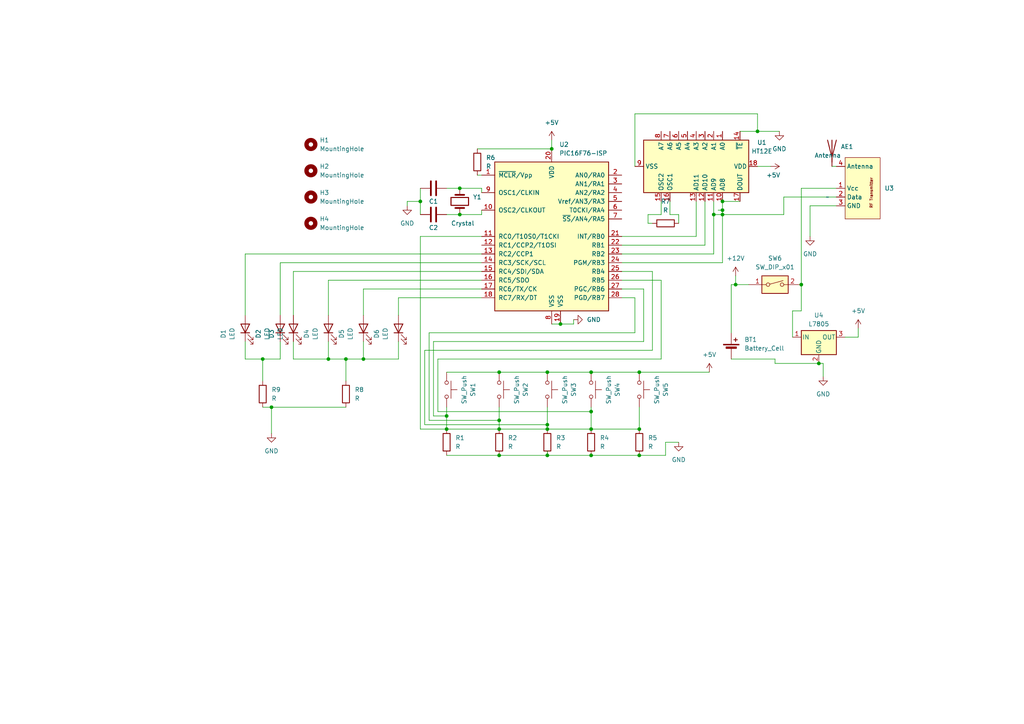
<source format=kicad_sch>
(kicad_sch (version 20230121) (generator eeschema)

  (uuid c918647b-7ab0-479a-a7be-6fd73f01b582)

  (paper "A4")

  (lib_symbols
    (symbol "Device:Antenna" (pin_numbers hide) (pin_names (offset 1.016) hide) (in_bom yes) (on_board yes)
      (property "Reference" "AE" (at -1.905 1.905 0)
        (effects (font (size 1.27 1.27)) (justify right))
      )
      (property "Value" "Antenna" (at -1.905 0 0)
        (effects (font (size 1.27 1.27)) (justify right))
      )
      (property "Footprint" "" (at 0 0 0)
        (effects (font (size 1.27 1.27)) hide)
      )
      (property "Datasheet" "~" (at 0 0 0)
        (effects (font (size 1.27 1.27)) hide)
      )
      (property "ki_keywords" "antenna" (at 0 0 0)
        (effects (font (size 1.27 1.27)) hide)
      )
      (property "ki_description" "Antenna" (at 0 0 0)
        (effects (font (size 1.27 1.27)) hide)
      )
      (symbol "Antenna_0_1"
        (polyline
          (pts
            (xy 0 2.54)
            (xy 0 -3.81)
          )
          (stroke (width 0.254) (type default))
          (fill (type none))
        )
        (polyline
          (pts
            (xy 1.27 2.54)
            (xy 0 -2.54)
            (xy -1.27 2.54)
          )
          (stroke (width 0.254) (type default))
          (fill (type none))
        )
      )
      (symbol "Antenna_1_1"
        (pin input line (at 0 -5.08 90) (length 2.54)
          (name "A" (effects (font (size 1.27 1.27))))
          (number "1" (effects (font (size 1.27 1.27))))
        )
      )
    )
    (symbol "Device:Battery_Cell" (pin_numbers hide) (pin_names (offset 0) hide) (in_bom yes) (on_board yes)
      (property "Reference" "BT" (at 2.54 2.54 0)
        (effects (font (size 1.27 1.27)) (justify left))
      )
      (property "Value" "Battery_Cell" (at 2.54 0 0)
        (effects (font (size 1.27 1.27)) (justify left))
      )
      (property "Footprint" "" (at 0 1.524 90)
        (effects (font (size 1.27 1.27)) hide)
      )
      (property "Datasheet" "~" (at 0 1.524 90)
        (effects (font (size 1.27 1.27)) hide)
      )
      (property "ki_keywords" "battery cell" (at 0 0 0)
        (effects (font (size 1.27 1.27)) hide)
      )
      (property "ki_description" "Single-cell battery" (at 0 0 0)
        (effects (font (size 1.27 1.27)) hide)
      )
      (symbol "Battery_Cell_0_1"
        (rectangle (start -2.286 1.778) (end 2.286 1.524)
          (stroke (width 0) (type default))
          (fill (type outline))
        )
        (rectangle (start -1.524 1.016) (end 1.524 0.508)
          (stroke (width 0) (type default))
          (fill (type outline))
        )
        (polyline
          (pts
            (xy 0 0.762)
            (xy 0 0)
          )
          (stroke (width 0) (type default))
          (fill (type none))
        )
        (polyline
          (pts
            (xy 0 1.778)
            (xy 0 2.54)
          )
          (stroke (width 0) (type default))
          (fill (type none))
        )
        (polyline
          (pts
            (xy 0.762 3.048)
            (xy 1.778 3.048)
          )
          (stroke (width 0.254) (type default))
          (fill (type none))
        )
        (polyline
          (pts
            (xy 1.27 3.556)
            (xy 1.27 2.54)
          )
          (stroke (width 0.254) (type default))
          (fill (type none))
        )
      )
      (symbol "Battery_Cell_1_1"
        (pin passive line (at 0 5.08 270) (length 2.54)
          (name "+" (effects (font (size 1.27 1.27))))
          (number "1" (effects (font (size 1.27 1.27))))
        )
        (pin passive line (at 0 -2.54 90) (length 2.54)
          (name "-" (effects (font (size 1.27 1.27))))
          (number "2" (effects (font (size 1.27 1.27))))
        )
      )
    )
    (symbol "Device:C" (pin_numbers hide) (pin_names (offset 0.254)) (in_bom yes) (on_board yes)
      (property "Reference" "C" (at 0.635 2.54 0)
        (effects (font (size 1.27 1.27)) (justify left))
      )
      (property "Value" "C" (at 0.635 -2.54 0)
        (effects (font (size 1.27 1.27)) (justify left))
      )
      (property "Footprint" "" (at 0.9652 -3.81 0)
        (effects (font (size 1.27 1.27)) hide)
      )
      (property "Datasheet" "~" (at 0 0 0)
        (effects (font (size 1.27 1.27)) hide)
      )
      (property "ki_keywords" "cap capacitor" (at 0 0 0)
        (effects (font (size 1.27 1.27)) hide)
      )
      (property "ki_description" "Unpolarized capacitor" (at 0 0 0)
        (effects (font (size 1.27 1.27)) hide)
      )
      (property "ki_fp_filters" "C_*" (at 0 0 0)
        (effects (font (size 1.27 1.27)) hide)
      )
      (symbol "C_0_1"
        (polyline
          (pts
            (xy -2.032 -0.762)
            (xy 2.032 -0.762)
          )
          (stroke (width 0.508) (type default))
          (fill (type none))
        )
        (polyline
          (pts
            (xy -2.032 0.762)
            (xy 2.032 0.762)
          )
          (stroke (width 0.508) (type default))
          (fill (type none))
        )
      )
      (symbol "C_1_1"
        (pin passive line (at 0 3.81 270) (length 2.794)
          (name "~" (effects (font (size 1.27 1.27))))
          (number "1" (effects (font (size 1.27 1.27))))
        )
        (pin passive line (at 0 -3.81 90) (length 2.794)
          (name "~" (effects (font (size 1.27 1.27))))
          (number "2" (effects (font (size 1.27 1.27))))
        )
      )
    )
    (symbol "Device:Crystal" (pin_numbers hide) (pin_names (offset 1.016) hide) (in_bom yes) (on_board yes)
      (property "Reference" "Y" (at 0 3.81 0)
        (effects (font (size 1.27 1.27)))
      )
      (property "Value" "Crystal" (at 0 -3.81 0)
        (effects (font (size 1.27 1.27)))
      )
      (property "Footprint" "" (at 0 0 0)
        (effects (font (size 1.27 1.27)) hide)
      )
      (property "Datasheet" "~" (at 0 0 0)
        (effects (font (size 1.27 1.27)) hide)
      )
      (property "ki_keywords" "quartz ceramic resonator oscillator" (at 0 0 0)
        (effects (font (size 1.27 1.27)) hide)
      )
      (property "ki_description" "Two pin crystal" (at 0 0 0)
        (effects (font (size 1.27 1.27)) hide)
      )
      (property "ki_fp_filters" "Crystal*" (at 0 0 0)
        (effects (font (size 1.27 1.27)) hide)
      )
      (symbol "Crystal_0_1"
        (rectangle (start -1.143 2.54) (end 1.143 -2.54)
          (stroke (width 0.3048) (type default))
          (fill (type none))
        )
        (polyline
          (pts
            (xy -2.54 0)
            (xy -1.905 0)
          )
          (stroke (width 0) (type default))
          (fill (type none))
        )
        (polyline
          (pts
            (xy -1.905 -1.27)
            (xy -1.905 1.27)
          )
          (stroke (width 0.508) (type default))
          (fill (type none))
        )
        (polyline
          (pts
            (xy 1.905 -1.27)
            (xy 1.905 1.27)
          )
          (stroke (width 0.508) (type default))
          (fill (type none))
        )
        (polyline
          (pts
            (xy 2.54 0)
            (xy 1.905 0)
          )
          (stroke (width 0) (type default))
          (fill (type none))
        )
      )
      (symbol "Crystal_1_1"
        (pin passive line (at -3.81 0 0) (length 1.27)
          (name "1" (effects (font (size 1.27 1.27))))
          (number "1" (effects (font (size 1.27 1.27))))
        )
        (pin passive line (at 3.81 0 180) (length 1.27)
          (name "2" (effects (font (size 1.27 1.27))))
          (number "2" (effects (font (size 1.27 1.27))))
        )
      )
    )
    (symbol "Device:LED" (pin_numbers hide) (pin_names (offset 1.016) hide) (in_bom yes) (on_board yes)
      (property "Reference" "D" (at 0 2.54 0)
        (effects (font (size 1.27 1.27)))
      )
      (property "Value" "LED" (at 0 -2.54 0)
        (effects (font (size 1.27 1.27)))
      )
      (property "Footprint" "" (at 0 0 0)
        (effects (font (size 1.27 1.27)) hide)
      )
      (property "Datasheet" "~" (at 0 0 0)
        (effects (font (size 1.27 1.27)) hide)
      )
      (property "ki_keywords" "LED diode" (at 0 0 0)
        (effects (font (size 1.27 1.27)) hide)
      )
      (property "ki_description" "Light emitting diode" (at 0 0 0)
        (effects (font (size 1.27 1.27)) hide)
      )
      (property "ki_fp_filters" "LED* LED_SMD:* LED_THT:*" (at 0 0 0)
        (effects (font (size 1.27 1.27)) hide)
      )
      (symbol "LED_0_1"
        (polyline
          (pts
            (xy -1.27 -1.27)
            (xy -1.27 1.27)
          )
          (stroke (width 0.254) (type default))
          (fill (type none))
        )
        (polyline
          (pts
            (xy -1.27 0)
            (xy 1.27 0)
          )
          (stroke (width 0) (type default))
          (fill (type none))
        )
        (polyline
          (pts
            (xy 1.27 -1.27)
            (xy 1.27 1.27)
            (xy -1.27 0)
            (xy 1.27 -1.27)
          )
          (stroke (width 0.254) (type default))
          (fill (type none))
        )
        (polyline
          (pts
            (xy -3.048 -0.762)
            (xy -4.572 -2.286)
            (xy -3.81 -2.286)
            (xy -4.572 -2.286)
            (xy -4.572 -1.524)
          )
          (stroke (width 0) (type default))
          (fill (type none))
        )
        (polyline
          (pts
            (xy -1.778 -0.762)
            (xy -3.302 -2.286)
            (xy -2.54 -2.286)
            (xy -3.302 -2.286)
            (xy -3.302 -1.524)
          )
          (stroke (width 0) (type default))
          (fill (type none))
        )
      )
      (symbol "LED_1_1"
        (pin passive line (at -3.81 0 0) (length 2.54)
          (name "K" (effects (font (size 1.27 1.27))))
          (number "1" (effects (font (size 1.27 1.27))))
        )
        (pin passive line (at 3.81 0 180) (length 2.54)
          (name "A" (effects (font (size 1.27 1.27))))
          (number "2" (effects (font (size 1.27 1.27))))
        )
      )
    )
    (symbol "Device:R" (pin_numbers hide) (pin_names (offset 0)) (in_bom yes) (on_board yes)
      (property "Reference" "R" (at 2.032 0 90)
        (effects (font (size 1.27 1.27)))
      )
      (property "Value" "R" (at 0 0 90)
        (effects (font (size 1.27 1.27)))
      )
      (property "Footprint" "" (at -1.778 0 90)
        (effects (font (size 1.27 1.27)) hide)
      )
      (property "Datasheet" "~" (at 0 0 0)
        (effects (font (size 1.27 1.27)) hide)
      )
      (property "ki_keywords" "R res resistor" (at 0 0 0)
        (effects (font (size 1.27 1.27)) hide)
      )
      (property "ki_description" "Resistor" (at 0 0 0)
        (effects (font (size 1.27 1.27)) hide)
      )
      (property "ki_fp_filters" "R_*" (at 0 0 0)
        (effects (font (size 1.27 1.27)) hide)
      )
      (symbol "R_0_1"
        (rectangle (start -1.016 -2.54) (end 1.016 2.54)
          (stroke (width 0.254) (type default))
          (fill (type none))
        )
      )
      (symbol "R_1_1"
        (pin passive line (at 0 3.81 270) (length 1.27)
          (name "~" (effects (font (size 1.27 1.27))))
          (number "1" (effects (font (size 1.27 1.27))))
        )
        (pin passive line (at 0 -3.81 90) (length 1.27)
          (name "~" (effects (font (size 1.27 1.27))))
          (number "2" (effects (font (size 1.27 1.27))))
        )
      )
    )
    (symbol "Interface:HT12E" (in_bom yes) (on_board yes)
      (property "Reference" "U1" (at -6.9281 19.05 90)
        (effects (font (size 1.27 1.27)))
      )
      (property "Value" "HT12E" (at -4.3881 19.05 90)
        (effects (font (size 1.27 1.27)))
      )
      (property "Footprint" "Package_DIP:DIP-18_W7.62mm" (at 15.24 20.32 0)
        (effects (font (size 1.27 1.27)) hide)
      )
      (property "Datasheet" "https://www.holtek.com/documents/10179/116711/2_12ev120.pdf" (at 17.78 15.24 0)
        (effects (font (size 1.27 1.27)) hide)
      )
      (property "ki_keywords" "Serial Encoder" (at 0 0 0)
        (effects (font (size 1.27 1.27)) hide)
      )
      (property "ki_description" "2^12 serial encoder, SOP-20" (at 0 0 0)
        (effects (font (size 1.27 1.27)) hide)
      )
      (property "ki_fp_filters" "SOP*7.5x12.8mm*P1.27mm*" (at 0 0 0)
        (effects (font (size 1.27 1.27)) hide)
      )
      (symbol "HT12E_1_1"
        (rectangle (start -7.62 15.24) (end 7.62 -15.24)
          (stroke (width 0.254) (type default))
          (fill (type background))
        )
        (pin input line (at -10.16 7.62 0) (length 2.54)
          (name "A0" (effects (font (size 1.27 1.27))))
          (number "1" (effects (font (size 1.27 1.27))))
        )
        (pin output line (at 10.16 7.62 180) (length 2.54)
          (name "AD8" (effects (font (size 1.27 1.27))))
          (number "10" (effects (font (size 1.27 1.27))))
        )
        (pin output line (at 10.16 5.08 180) (length 2.54)
          (name "AD9" (effects (font (size 1.27 1.27))))
          (number "11" (effects (font (size 1.27 1.27))))
        )
        (pin output line (at 10.16 2.54 180) (length 2.54)
          (name "AD10" (effects (font (size 1.27 1.27))))
          (number "12" (effects (font (size 1.27 1.27))))
        )
        (pin output line (at 10.16 0 180) (length 2.54)
          (name "AD11" (effects (font (size 1.27 1.27))))
          (number "13" (effects (font (size 1.27 1.27))))
        )
        (pin input line (at -10.16 12.7 0) (length 2.54)
          (name "~{TE}" (effects (font (size 1.27 1.27))))
          (number "14" (effects (font (size 1.27 1.27))))
        )
        (pin output line (at 10.16 -10.16 180) (length 2.54)
          (name "OSC2" (effects (font (size 1.27 1.27))))
          (number "15" (effects (font (size 1.27 1.27))))
        )
        (pin input line (at 10.16 -7.62 180) (length 2.54)
          (name "OSC1" (effects (font (size 1.27 1.27))))
          (number "16" (effects (font (size 1.27 1.27))))
        )
        (pin output line (at 10.16 12.7 180) (length 2.54)
          (name "DOUT" (effects (font (size 1.27 1.27))))
          (number "17" (effects (font (size 1.27 1.27))))
        )
        (pin power_in line (at 0 17.78 270) (length 2.54)
          (name "VDD" (effects (font (size 1.27 1.27))))
          (number "18" (effects (font (size 1.27 1.27))))
        )
        (pin input line (at -10.16 5.08 0) (length 2.54)
          (name "A1" (effects (font (size 1.27 1.27))))
          (number "2" (effects (font (size 1.27 1.27))))
        )
        (pin input line (at -10.16 2.54 0) (length 2.54)
          (name "A2" (effects (font (size 1.27 1.27))))
          (number "3" (effects (font (size 1.27 1.27))))
        )
        (pin input line (at -10.16 0 0) (length 2.54)
          (name "A3" (effects (font (size 1.27 1.27))))
          (number "4" (effects (font (size 1.27 1.27))))
        )
        (pin input line (at -10.16 -2.54 0) (length 2.54)
          (name "A4" (effects (font (size 1.27 1.27))))
          (number "5" (effects (font (size 1.27 1.27))))
        )
        (pin input line (at -10.16 -5.08 0) (length 2.54)
          (name "A5" (effects (font (size 1.27 1.27))))
          (number "6" (effects (font (size 1.27 1.27))))
        )
        (pin input line (at -10.16 -7.62 0) (length 2.54)
          (name "A6" (effects (font (size 1.27 1.27))))
          (number "7" (effects (font (size 1.27 1.27))))
        )
        (pin input line (at -10.16 -10.16 0) (length 2.54)
          (name "A7" (effects (font (size 1.27 1.27))))
          (number "8" (effects (font (size 1.27 1.27))))
        )
        (pin power_in line (at 0 -17.78 90) (length 2.54)
          (name "VSS" (effects (font (size 1.27 1.27))))
          (number "9" (effects (font (size 1.27 1.27))))
        )
      )
    )
    (symbol "MCU_Microchip_PIC16:PIC16F76-ISP" (pin_names (offset 1.016)) (in_bom yes) (on_board yes)
      (property "Reference" "U" (at 2.54 25.4 0)
        (effects (font (size 1.27 1.27)) (justify left))
      )
      (property "Value" "PIC16F76-ISP" (at 2.54 22.86 0)
        (effects (font (size 1.27 1.27)) (justify left))
      )
      (property "Footprint" "" (at 0 0 0)
        (effects (font (size 1.27 1.27) italic) hide)
      )
      (property "Datasheet" "http://ww1.microchip.com/downloads/en/DeviceDoc/30325b.pdf" (at 0 0 0)
        (effects (font (size 1.27 1.27)) hide)
      )
      (property "ki_keywords" "Flash-Based 8-Bit Microcontroller" (at 0 0 0)
        (effects (font (size 1.27 1.27)) hide)
      )
      (property "ki_description" "PIC16F76, 8K Flash, 368B SRAM, ADC, PWM, SDIP28" (at 0 0 0)
        (effects (font (size 1.27 1.27)) hide)
      )
      (property "ki_fp_filters" "DIP* PDIP*" (at 0 0 0)
        (effects (font (size 1.27 1.27)) hide)
      )
      (symbol "PIC16F76-ISP_0_1"
        (rectangle (start -16.51 -21.59) (end 16.51 21.59)
          (stroke (width 0.254) (type default))
          (fill (type background))
        )
      )
      (symbol "PIC16F76-ISP_1_1"
        (pin input line (at -20.32 17.78 0) (length 3.81)
          (name "~{MCLR}/Vpp" (effects (font (size 1.27 1.27))))
          (number "1" (effects (font (size 1.27 1.27))))
        )
        (pin output line (at -20.32 7.62 0) (length 3.81)
          (name "OSC2/CLKOUT" (effects (font (size 1.27 1.27))))
          (number "10" (effects (font (size 1.27 1.27))))
        )
        (pin bidirectional line (at -20.32 0 0) (length 3.81)
          (name "RC0/T10S0/T1CKI" (effects (font (size 1.27 1.27))))
          (number "11" (effects (font (size 1.27 1.27))))
        )
        (pin bidirectional line (at -20.32 -2.54 0) (length 3.81)
          (name "RC1/CCP2/T1OSI" (effects (font (size 1.27 1.27))))
          (number "12" (effects (font (size 1.27 1.27))))
        )
        (pin bidirectional line (at -20.32 -5.08 0) (length 3.81)
          (name "RC2/CCP1" (effects (font (size 1.27 1.27))))
          (number "13" (effects (font (size 1.27 1.27))))
        )
        (pin bidirectional line (at -20.32 -7.62 0) (length 3.81)
          (name "RC3/SCK/SCL" (effects (font (size 1.27 1.27))))
          (number "14" (effects (font (size 1.27 1.27))))
        )
        (pin bidirectional line (at -20.32 -10.16 0) (length 3.81)
          (name "RC4/SDI/SDA" (effects (font (size 1.27 1.27))))
          (number "15" (effects (font (size 1.27 1.27))))
        )
        (pin bidirectional line (at -20.32 -12.7 0) (length 3.81)
          (name "RC5/SDO" (effects (font (size 1.27 1.27))))
          (number "16" (effects (font (size 1.27 1.27))))
        )
        (pin bidirectional line (at -20.32 -15.24 0) (length 3.81)
          (name "RC6/TX/CK" (effects (font (size 1.27 1.27))))
          (number "17" (effects (font (size 1.27 1.27))))
        )
        (pin bidirectional line (at -20.32 -17.78 0) (length 3.81)
          (name "RC7/RX/DT" (effects (font (size 1.27 1.27))))
          (number "18" (effects (font (size 1.27 1.27))))
        )
        (pin power_in line (at 2.54 -25.4 90) (length 3.81)
          (name "VSS" (effects (font (size 1.27 1.27))))
          (number "19" (effects (font (size 1.27 1.27))))
        )
        (pin bidirectional line (at 20.32 17.78 180) (length 3.81)
          (name "AN0/RA0" (effects (font (size 1.27 1.27))))
          (number "2" (effects (font (size 1.27 1.27))))
        )
        (pin power_in line (at 0 25.4 270) (length 3.81)
          (name "VDD" (effects (font (size 1.27 1.27))))
          (number "20" (effects (font (size 1.27 1.27))))
        )
        (pin bidirectional line (at 20.32 0 180) (length 3.81)
          (name "INT/RB0" (effects (font (size 1.27 1.27))))
          (number "21" (effects (font (size 1.27 1.27))))
        )
        (pin bidirectional line (at 20.32 -2.54 180) (length 3.81)
          (name "RB1" (effects (font (size 1.27 1.27))))
          (number "22" (effects (font (size 1.27 1.27))))
        )
        (pin bidirectional line (at 20.32 -5.08 180) (length 3.81)
          (name "RB2" (effects (font (size 1.27 1.27))))
          (number "23" (effects (font (size 1.27 1.27))))
        )
        (pin bidirectional line (at 20.32 -7.62 180) (length 3.81)
          (name "PGM/RB3" (effects (font (size 1.27 1.27))))
          (number "24" (effects (font (size 1.27 1.27))))
        )
        (pin bidirectional line (at 20.32 -10.16 180) (length 3.81)
          (name "RB4" (effects (font (size 1.27 1.27))))
          (number "25" (effects (font (size 1.27 1.27))))
        )
        (pin bidirectional line (at 20.32 -12.7 180) (length 3.81)
          (name "RB5" (effects (font (size 1.27 1.27))))
          (number "26" (effects (font (size 1.27 1.27))))
        )
        (pin bidirectional line (at 20.32 -15.24 180) (length 3.81)
          (name "PGC/RB6" (effects (font (size 1.27 1.27))))
          (number "27" (effects (font (size 1.27 1.27))))
        )
        (pin bidirectional line (at 20.32 -17.78 180) (length 3.81)
          (name "PGD/RB7" (effects (font (size 1.27 1.27))))
          (number "28" (effects (font (size 1.27 1.27))))
        )
        (pin bidirectional line (at 20.32 15.24 180) (length 3.81)
          (name "AN1/RA1" (effects (font (size 1.27 1.27))))
          (number "3" (effects (font (size 1.27 1.27))))
        )
        (pin bidirectional line (at 20.32 12.7 180) (length 3.81)
          (name "AN2/RA2" (effects (font (size 1.27 1.27))))
          (number "4" (effects (font (size 1.27 1.27))))
        )
        (pin bidirectional line (at 20.32 10.16 180) (length 3.81)
          (name "Vref/AN3/RA3" (effects (font (size 1.27 1.27))))
          (number "5" (effects (font (size 1.27 1.27))))
        )
        (pin bidirectional line (at 20.32 7.62 180) (length 3.81)
          (name "T0CKI/RA4" (effects (font (size 1.27 1.27))))
          (number "6" (effects (font (size 1.27 1.27))))
        )
        (pin bidirectional line (at 20.32 5.08 180) (length 3.81)
          (name "~{SS}/AN4/RA5" (effects (font (size 1.27 1.27))))
          (number "7" (effects (font (size 1.27 1.27))))
        )
        (pin power_in line (at 0 -25.4 90) (length 3.81)
          (name "VSS" (effects (font (size 1.27 1.27))))
          (number "8" (effects (font (size 1.27 1.27))))
        )
        (pin input line (at -20.32 12.7 0) (length 3.81)
          (name "OSC1/CLKIN" (effects (font (size 1.27 1.27))))
          (number "9" (effects (font (size 1.27 1.27))))
        )
      )
    )
    (symbol "Mechanical:MountingHole" (pin_names (offset 1.016)) (in_bom yes) (on_board yes)
      (property "Reference" "H" (at 0 5.08 0)
        (effects (font (size 1.27 1.27)))
      )
      (property "Value" "MountingHole" (at 0 3.175 0)
        (effects (font (size 1.27 1.27)))
      )
      (property "Footprint" "" (at 0 0 0)
        (effects (font (size 1.27 1.27)) hide)
      )
      (property "Datasheet" "~" (at 0 0 0)
        (effects (font (size 1.27 1.27)) hide)
      )
      (property "ki_keywords" "mounting hole" (at 0 0 0)
        (effects (font (size 1.27 1.27)) hide)
      )
      (property "ki_description" "Mounting Hole without connection" (at 0 0 0)
        (effects (font (size 1.27 1.27)) hide)
      )
      (property "ki_fp_filters" "MountingHole*" (at 0 0 0)
        (effects (font (size 1.27 1.27)) hide)
      )
      (symbol "MountingHole_0_1"
        (circle (center 0 0) (radius 1.27)
          (stroke (width 1.27) (type default))
          (fill (type none))
        )
      )
    )
    (symbol "New_Library_transmitter:transmitter" (in_bom yes) (on_board yes)
      (property "Reference" "U" (at 0 0 0)
        (effects (font (size 1.27 1.27)))
      )
      (property "Value" "" (at 0 0 0)
        (effects (font (size 1.27 1.27)))
      )
      (property "Footprint" "" (at 0 0 0)
        (effects (font (size 1.27 1.27)) hide)
      )
      (property "Datasheet" "" (at 0 0 0)
        (effects (font (size 1.27 1.27)) hide)
      )
      (symbol "transmitter_1_1"
        (rectangle (start 5.08 11.43) (end 15.24 -6.35)
          (stroke (width 0) (type default))
          (fill (type background))
        )
        (text "RF Transmitter" (at 12.7 1.27 900)
          (effects (font (size 0.8 0.8)))
        )
        (pin power_in line (at 2.54 2.54 0) (length 2.54)
          (name "Vcc" (effects (font (size 1.27 1.27))))
          (number "1" (effects (font (size 1.27 1.27))))
        )
        (pin output line (at 2.54 0 0) (length 2.54)
          (name "Data" (effects (font (size 1.27 1.27))))
          (number "2" (effects (font (size 1.27 1.27))))
        )
        (pin power_in line (at 2.54 -2.54 0) (length 2.54)
          (name "GND" (effects (font (size 1.27 1.27))))
          (number "3" (effects (font (size 1.27 1.27))))
        )
        (pin output line (at 2.54 8.89 0) (length 2.54)
          (name "Antenna" (effects (font (size 1.27 1.27))))
          (number "4" (effects (font (size 1.27 1.27))))
        )
      )
    )
    (symbol "Regulator_Linear:L7805" (pin_names (offset 0.254)) (in_bom yes) (on_board yes)
      (property "Reference" "U" (at -3.81 3.175 0)
        (effects (font (size 1.27 1.27)))
      )
      (property "Value" "L7805" (at 0 3.175 0)
        (effects (font (size 1.27 1.27)) (justify left))
      )
      (property "Footprint" "" (at 0.635 -3.81 0)
        (effects (font (size 1.27 1.27) italic) (justify left) hide)
      )
      (property "Datasheet" "http://www.st.com/content/ccc/resource/technical/document/datasheet/41/4f/b3/b0/12/d4/47/88/CD00000444.pdf/files/CD00000444.pdf/jcr:content/translations/en.CD00000444.pdf" (at 0 -1.27 0)
        (effects (font (size 1.27 1.27)) hide)
      )
      (property "ki_keywords" "Voltage Regulator 1.5A Positive" (at 0 0 0)
        (effects (font (size 1.27 1.27)) hide)
      )
      (property "ki_description" "Positive 1.5A 35V Linear Regulator, Fixed Output 5V, TO-220/TO-263/TO-252" (at 0 0 0)
        (effects (font (size 1.27 1.27)) hide)
      )
      (property "ki_fp_filters" "TO?252* TO?263* TO?220*" (at 0 0 0)
        (effects (font (size 1.27 1.27)) hide)
      )
      (symbol "L7805_0_1"
        (rectangle (start -5.08 1.905) (end 5.08 -5.08)
          (stroke (width 0.254) (type default))
          (fill (type background))
        )
      )
      (symbol "L7805_1_1"
        (pin power_in line (at -7.62 0 0) (length 2.54)
          (name "IN" (effects (font (size 1.27 1.27))))
          (number "1" (effects (font (size 1.27 1.27))))
        )
        (pin power_in line (at 0 -7.62 90) (length 2.54)
          (name "GND" (effects (font (size 1.27 1.27))))
          (number "2" (effects (font (size 1.27 1.27))))
        )
        (pin power_out line (at 7.62 0 180) (length 2.54)
          (name "OUT" (effects (font (size 1.27 1.27))))
          (number "3" (effects (font (size 1.27 1.27))))
        )
      )
    )
    (symbol "Switch:SW_DIP_x01" (pin_names (offset 0) hide) (in_bom yes) (on_board yes)
      (property "Reference" "SW" (at 0 3.81 0)
        (effects (font (size 1.27 1.27)))
      )
      (property "Value" "SW_DIP_x01" (at 0 -3.81 0)
        (effects (font (size 1.27 1.27)))
      )
      (property "Footprint" "" (at 0 0 0)
        (effects (font (size 1.27 1.27)) hide)
      )
      (property "Datasheet" "~" (at 0 0 0)
        (effects (font (size 1.27 1.27)) hide)
      )
      (property "ki_keywords" "dip switch" (at 0 0 0)
        (effects (font (size 1.27 1.27)) hide)
      )
      (property "ki_description" "1x DIP Switch, Single Pole Single Throw (SPST) switch, small symbol" (at 0 0 0)
        (effects (font (size 1.27 1.27)) hide)
      )
      (property "ki_fp_filters" "SW?DIP?x1*" (at 0 0 0)
        (effects (font (size 1.27 1.27)) hide)
      )
      (symbol "SW_DIP_x01_0_0"
        (circle (center -2.032 0) (radius 0.508)
          (stroke (width 0) (type default))
          (fill (type none))
        )
        (polyline
          (pts
            (xy -1.524 0.127)
            (xy 2.3622 1.1684)
          )
          (stroke (width 0) (type default))
          (fill (type none))
        )
        (circle (center 2.032 0) (radius 0.508)
          (stroke (width 0) (type default))
          (fill (type none))
        )
      )
      (symbol "SW_DIP_x01_0_1"
        (rectangle (start -3.81 2.54) (end 3.81 -2.54)
          (stroke (width 0.254) (type default))
          (fill (type background))
        )
      )
      (symbol "SW_DIP_x01_1_1"
        (pin passive line (at -7.62 0 0) (length 5.08)
          (name "~" (effects (font (size 1.27 1.27))))
          (number "1" (effects (font (size 1.27 1.27))))
        )
        (pin passive line (at 7.62 0 180) (length 5.08)
          (name "~" (effects (font (size 1.27 1.27))))
          (number "2" (effects (font (size 1.27 1.27))))
        )
      )
    )
    (symbol "Switch:SW_Push" (pin_numbers hide) (pin_names (offset 1.016) hide) (in_bom yes) (on_board yes)
      (property "Reference" "SW" (at 1.27 2.54 0)
        (effects (font (size 1.27 1.27)) (justify left))
      )
      (property "Value" "SW_Push" (at 0 -1.524 0)
        (effects (font (size 1.27 1.27)))
      )
      (property "Footprint" "" (at 0 5.08 0)
        (effects (font (size 1.27 1.27)) hide)
      )
      (property "Datasheet" "~" (at 0 5.08 0)
        (effects (font (size 1.27 1.27)) hide)
      )
      (property "ki_keywords" "switch normally-open pushbutton push-button" (at 0 0 0)
        (effects (font (size 1.27 1.27)) hide)
      )
      (property "ki_description" "Push button switch, generic, two pins" (at 0 0 0)
        (effects (font (size 1.27 1.27)) hide)
      )
      (symbol "SW_Push_0_1"
        (circle (center -2.032 0) (radius 0.508)
          (stroke (width 0) (type default))
          (fill (type none))
        )
        (polyline
          (pts
            (xy 0 1.27)
            (xy 0 3.048)
          )
          (stroke (width 0) (type default))
          (fill (type none))
        )
        (polyline
          (pts
            (xy 2.54 1.27)
            (xy -2.54 1.27)
          )
          (stroke (width 0) (type default))
          (fill (type none))
        )
        (circle (center 2.032 0) (radius 0.508)
          (stroke (width 0) (type default))
          (fill (type none))
        )
        (pin passive line (at -5.08 0 0) (length 2.54)
          (name "1" (effects (font (size 1.27 1.27))))
          (number "1" (effects (font (size 1.27 1.27))))
        )
        (pin passive line (at 5.08 0 180) (length 2.54)
          (name "2" (effects (font (size 1.27 1.27))))
          (number "2" (effects (font (size 1.27 1.27))))
        )
      )
    )
    (symbol "power:+12V" (power) (pin_names (offset 0)) (in_bom yes) (on_board yes)
      (property "Reference" "#PWR" (at 0 -3.81 0)
        (effects (font (size 1.27 1.27)) hide)
      )
      (property "Value" "+12V" (at 0 3.556 0)
        (effects (font (size 1.27 1.27)))
      )
      (property "Footprint" "" (at 0 0 0)
        (effects (font (size 1.27 1.27)) hide)
      )
      (property "Datasheet" "" (at 0 0 0)
        (effects (font (size 1.27 1.27)) hide)
      )
      (property "ki_keywords" "global power" (at 0 0 0)
        (effects (font (size 1.27 1.27)) hide)
      )
      (property "ki_description" "Power symbol creates a global label with name \"+12V\"" (at 0 0 0)
        (effects (font (size 1.27 1.27)) hide)
      )
      (symbol "+12V_0_1"
        (polyline
          (pts
            (xy -0.762 1.27)
            (xy 0 2.54)
          )
          (stroke (width 0) (type default))
          (fill (type none))
        )
        (polyline
          (pts
            (xy 0 0)
            (xy 0 2.54)
          )
          (stroke (width 0) (type default))
          (fill (type none))
        )
        (polyline
          (pts
            (xy 0 2.54)
            (xy 0.762 1.27)
          )
          (stroke (width 0) (type default))
          (fill (type none))
        )
      )
      (symbol "+12V_1_1"
        (pin power_in line (at 0 0 90) (length 0) hide
          (name "+12V" (effects (font (size 1.27 1.27))))
          (number "1" (effects (font (size 1.27 1.27))))
        )
      )
    )
    (symbol "power:+5V" (power) (pin_names (offset 0)) (in_bom yes) (on_board yes)
      (property "Reference" "#PWR" (at 0 -3.81 0)
        (effects (font (size 1.27 1.27)) hide)
      )
      (property "Value" "+5V" (at 0 3.556 0)
        (effects (font (size 1.27 1.27)))
      )
      (property "Footprint" "" (at 0 0 0)
        (effects (font (size 1.27 1.27)) hide)
      )
      (property "Datasheet" "" (at 0 0 0)
        (effects (font (size 1.27 1.27)) hide)
      )
      (property "ki_keywords" "global power" (at 0 0 0)
        (effects (font (size 1.27 1.27)) hide)
      )
      (property "ki_description" "Power symbol creates a global label with name \"+5V\"" (at 0 0 0)
        (effects (font (size 1.27 1.27)) hide)
      )
      (symbol "+5V_0_1"
        (polyline
          (pts
            (xy -0.762 1.27)
            (xy 0 2.54)
          )
          (stroke (width 0) (type default))
          (fill (type none))
        )
        (polyline
          (pts
            (xy 0 0)
            (xy 0 2.54)
          )
          (stroke (width 0) (type default))
          (fill (type none))
        )
        (polyline
          (pts
            (xy 0 2.54)
            (xy 0.762 1.27)
          )
          (stroke (width 0) (type default))
          (fill (type none))
        )
      )
      (symbol "+5V_1_1"
        (pin power_in line (at 0 0 90) (length 0) hide
          (name "+5V" (effects (font (size 1.27 1.27))))
          (number "1" (effects (font (size 1.27 1.27))))
        )
      )
    )
    (symbol "power:GND" (power) (pin_names (offset 0)) (in_bom yes) (on_board yes)
      (property "Reference" "#PWR" (at 0 -6.35 0)
        (effects (font (size 1.27 1.27)) hide)
      )
      (property "Value" "GND" (at 0 -3.81 0)
        (effects (font (size 1.27 1.27)))
      )
      (property "Footprint" "" (at 0 0 0)
        (effects (font (size 1.27 1.27)) hide)
      )
      (property "Datasheet" "" (at 0 0 0)
        (effects (font (size 1.27 1.27)) hide)
      )
      (property "ki_keywords" "global power" (at 0 0 0)
        (effects (font (size 1.27 1.27)) hide)
      )
      (property "ki_description" "Power symbol creates a global label with name \"GND\" , ground" (at 0 0 0)
        (effects (font (size 1.27 1.27)) hide)
      )
      (symbol "GND_0_1"
        (polyline
          (pts
            (xy 0 0)
            (xy 0 -1.27)
            (xy 1.27 -1.27)
            (xy 0 -2.54)
            (xy -1.27 -1.27)
            (xy 0 -1.27)
          )
          (stroke (width 0) (type default))
          (fill (type none))
        )
      )
      (symbol "GND_1_1"
        (pin power_in line (at 0 0 270) (length 0) hide
          (name "GND" (effects (font (size 1.27 1.27))))
          (number "1" (effects (font (size 1.27 1.27))))
        )
      )
    )
  )

  (junction (at 158.75 132.08) (diameter 0) (color 0 0 0 0)
    (uuid 02908df7-f141-46fe-92b3-d3a26fcda8e5)
  )
  (junction (at 129.54 120.65) (diameter 0) (color 0 0 0 0)
    (uuid 0c98f377-ea4d-4fff-8a51-7436753d56fa)
  )
  (junction (at 162.56 93.98) (diameter 0) (color 0 0 0 0)
    (uuid 0eb9407a-4012-419f-8844-72befe5a7323)
  )
  (junction (at 237.49 105.41) (diameter 0) (color 0 0 0 0)
    (uuid 1082661f-2b8c-4c9a-b550-731c026d5f2b)
  )
  (junction (at 207.01 62.23) (diameter 0) (color 0 0 0 0)
    (uuid 1e9c71d4-88c6-4da1-92be-86798133bf52)
  )
  (junction (at 76.2 104.14) (diameter 0) (color 0 0 0 0)
    (uuid 28b08d2d-b7a5-4800-b550-5b97c06f0822)
  )
  (junction (at 213.36 82.55) (diameter 0) (color 0 0 0 0)
    (uuid 2b2e4b7c-4fb9-43da-941d-a639ac5063f8)
  )
  (junction (at 100.33 104.14) (diameter 0) (color 0 0 0 0)
    (uuid 371e3bdf-857e-4022-bb8b-b97f83bb0a69)
  )
  (junction (at 144.78 107.95) (diameter 0) (color 0 0 0 0)
    (uuid 3e4511a4-4b93-4f1b-87bf-285059aefe1f)
  )
  (junction (at 121.92 58.42) (diameter 0) (color 0 0 0 0)
    (uuid 41600137-23ac-4c85-bcb7-7d06e08328eb)
  )
  (junction (at 105.41 104.14) (diameter 0) (color 0 0 0 0)
    (uuid 4923a54b-7aae-49ea-b051-5cd06907942d)
  )
  (junction (at 232.41 82.55) (diameter 0) (color 0 0 0 0)
    (uuid 4bbd39e2-968f-4e89-bc60-26472ad4ae47)
  )
  (junction (at 171.45 119.38) (diameter 0) (color 0 0 0 0)
    (uuid 6ff914a6-3182-47aa-bbb3-2dd9eeff0864)
  )
  (junction (at 171.45 132.08) (diameter 0) (color 0 0 0 0)
    (uuid 7919ac5b-99bb-48fc-993a-21c9dc478996)
  )
  (junction (at 95.25 104.14) (diameter 0) (color 0 0 0 0)
    (uuid 7f8c5f24-9eb1-4c20-a51d-e72cdd43f6e5)
  )
  (junction (at 185.42 132.08) (diameter 0) (color 0 0 0 0)
    (uuid 823ffb8f-6ddb-47df-8a8f-cbe897644cfb)
  )
  (junction (at 160.02 43.18) (diameter 0) (color 0 0 0 0)
    (uuid 8c102010-df97-46d3-a136-826788145ee8)
  )
  (junction (at 133.35 62.23) (diameter 0) (color 0 0 0 0)
    (uuid 8f78b1c0-c49f-4239-be33-d5d67b3c9bb2)
  )
  (junction (at 209.55 62.23) (diameter 0) (color 0 0 0 0)
    (uuid 96a1deea-988a-4693-bbee-a7d5e2517c30)
  )
  (junction (at 158.75 107.95) (diameter 0) (color 0 0 0 0)
    (uuid 9cbf5e24-c111-4894-8ae5-d179bc4ae193)
  )
  (junction (at 144.78 121.92) (diameter 0) (color 0 0 0 0)
    (uuid a1c64365-0395-433d-93df-632f74b755ce)
  )
  (junction (at 133.35 54.61) (diameter 0) (color 0 0 0 0)
    (uuid b3e98277-20f7-4ef1-b2bd-9129e7010faf)
  )
  (junction (at 144.78 124.46) (diameter 0) (color 0 0 0 0)
    (uuid b7b8dac3-2381-4ec8-aec5-ae4e80986aba)
  )
  (junction (at 158.75 123.19) (diameter 0) (color 0 0 0 0)
    (uuid c2c027f7-bb38-464d-ada9-e0fb6ba2b18e)
  )
  (junction (at 129.54 124.46) (diameter 0) (color 0 0 0 0)
    (uuid c4466f68-c97a-43c1-8bab-4d876020da4e)
  )
  (junction (at 78.74 118.11) (diameter 0) (color 0 0 0 0)
    (uuid cde79e67-c51c-49a1-8c4d-25bca39ef47a)
  )
  (junction (at 209.55 58.42) (diameter 0) (color 0 0 0 0)
    (uuid cf3c3dff-73f2-48d4-8a98-23d4cbfc6e33)
  )
  (junction (at 171.45 124.46) (diameter 0) (color 0 0 0 0)
    (uuid d0f3d411-3bbb-4c34-92ba-31f477176e50)
  )
  (junction (at 171.45 107.95) (diameter 0) (color 0 0 0 0)
    (uuid d609d9d6-393b-40cd-8bbb-b37bb6860edb)
  )
  (junction (at 209.55 60.96) (diameter 0) (color 0 0 0 0)
    (uuid d7c8a96b-6cc0-408f-ae8d-fbb7318a7228)
  )
  (junction (at 219.71 38.1) (diameter 0) (color 0 0 0 0)
    (uuid eb7e3aa7-76e2-48fb-b1de-1fc2658a257a)
  )
  (junction (at 185.42 107.95) (diameter 0) (color 0 0 0 0)
    (uuid ed45ad72-03e9-4515-afa4-f6066d29c11a)
  )
  (junction (at 185.42 124.46) (diameter 0) (color 0 0 0 0)
    (uuid ee4f1bb3-27d9-45b6-a6ac-d11dc64b1270)
  )
  (junction (at 144.78 132.08) (diameter 0) (color 0 0 0 0)
    (uuid f07774b6-8b98-4cac-b420-428a12942e23)
  )
  (junction (at 158.75 124.46) (diameter 0) (color 0 0 0 0)
    (uuid fb820954-7b46-4919-9c77-23cc08edcd7c)
  )

  (wire (pts (xy 129.54 120.65) (xy 129.54 124.46))
    (stroke (width 0) (type default))
    (uuid 0111244e-1bdd-4dda-940a-04b963af7d97)
  )
  (wire (pts (xy 180.34 76.2) (xy 209.55 76.2))
    (stroke (width 0) (type default))
    (uuid 0166b328-dd67-404d-a786-ca72cc7955cf)
  )
  (wire (pts (xy 121.92 58.42) (xy 121.92 62.23))
    (stroke (width 0) (type default))
    (uuid 01ca712f-3e8d-4a67-b122-a92309c38daa)
  )
  (wire (pts (xy 139.7 68.58) (xy 121.92 68.58))
    (stroke (width 0) (type default))
    (uuid 03d2329f-1b9c-48c2-ad4e-863996177ca7)
  )
  (wire (pts (xy 139.7 86.36) (xy 115.57 86.36))
    (stroke (width 0) (type default))
    (uuid 03d4a8bc-b224-43fd-849f-113e3cc54622)
  )
  (wire (pts (xy 166.37 92.71) (xy 166.37 93.98))
    (stroke (width 0) (type default))
    (uuid 05b7e364-0c45-4a5b-8425-340ed6fd8aa2)
  )
  (wire (pts (xy 212.09 82.55) (xy 212.09 96.52))
    (stroke (width 0) (type default))
    (uuid 06ca668e-6ec5-44bf-abb5-6af07d50d267)
  )
  (wire (pts (xy 125.73 99.06) (xy 125.73 120.65))
    (stroke (width 0) (type default))
    (uuid 0b6b7065-dc89-4b0d-9412-c9392f84c7e7)
  )
  (wire (pts (xy 196.85 62.23) (xy 194.31 62.23))
    (stroke (width 0) (type default))
    (uuid 0d89ebb8-ced7-4c6b-862e-14788fb7fdc1)
  )
  (wire (pts (xy 191.77 62.23) (xy 191.77 58.42))
    (stroke (width 0) (type default))
    (uuid 101384fe-2ac2-4fd9-a853-db8893c5e8be)
  )
  (wire (pts (xy 180.34 78.74) (xy 189.23 78.74))
    (stroke (width 0) (type default))
    (uuid 101ed554-af44-4928-94d2-2ade1702f211)
  )
  (wire (pts (xy 213.36 82.55) (xy 213.36 80.01))
    (stroke (width 0) (type default))
    (uuid 1334612c-aacd-4bff-b633-c1996c474b8a)
  )
  (wire (pts (xy 196.85 128.27) (xy 193.04 128.27))
    (stroke (width 0) (type default))
    (uuid 144426a6-45c2-48eb-8d3b-c21820b87161)
  )
  (wire (pts (xy 121.92 68.58) (xy 121.92 124.46))
    (stroke (width 0) (type default))
    (uuid 149df3c3-baf1-4ca0-849b-3b383c53f18a)
  )
  (wire (pts (xy 180.34 83.82) (xy 186.69 83.82))
    (stroke (width 0) (type default))
    (uuid 15f0c369-1b45-46fa-a296-6852ea8da179)
  )
  (wire (pts (xy 133.35 62.23) (xy 139.7 62.23))
    (stroke (width 0) (type default))
    (uuid 17aa5500-de2c-468f-ad68-e096c078fc99)
  )
  (wire (pts (xy 158.75 124.46) (xy 171.45 124.46))
    (stroke (width 0) (type default))
    (uuid 18073759-df76-4d49-a13d-a6531173f517)
  )
  (wire (pts (xy 76.2 104.14) (xy 81.28 104.14))
    (stroke (width 0) (type default))
    (uuid 1a5ddaa2-115b-4ef7-bc4e-5f3035751555)
  )
  (wire (pts (xy 129.54 62.23) (xy 133.35 62.23))
    (stroke (width 0) (type default))
    (uuid 1e196d0d-dcd5-4055-9b8d-2db923bbcc4a)
  )
  (wire (pts (xy 189.23 101.6) (xy 123.19 101.6))
    (stroke (width 0) (type default))
    (uuid 1ebdc5f4-0dd1-415c-a40f-859b7dc4de07)
  )
  (wire (pts (xy 212.09 104.14) (xy 224.79 104.14))
    (stroke (width 0) (type default))
    (uuid 21881431-af91-4154-9430-0f0cf2c3b1bf)
  )
  (wire (pts (xy 238.76 105.41) (xy 237.49 105.41))
    (stroke (width 0) (type default))
    (uuid 273bb993-1375-479b-bcd9-d978942becae)
  )
  (wire (pts (xy 78.74 118.11) (xy 78.74 125.73))
    (stroke (width 0) (type default))
    (uuid 27861486-0254-4a5b-b48d-df45de5470da)
  )
  (wire (pts (xy 234.95 59.69) (xy 234.95 68.58))
    (stroke (width 0) (type default))
    (uuid 2a04c076-0aff-40be-93b8-130c88bac82a)
  )
  (wire (pts (xy 81.28 99.06) (xy 81.28 104.14))
    (stroke (width 0) (type default))
    (uuid 2d34f478-feae-4887-a406-54e0b9b36369)
  )
  (wire (pts (xy 209.55 58.42) (xy 214.63 58.42))
    (stroke (width 0) (type default))
    (uuid 2ffe01d3-e11c-40ef-bb5b-41c3de79cf30)
  )
  (wire (pts (xy 191.77 104.14) (xy 127 104.14))
    (stroke (width 0) (type default))
    (uuid 30699f89-40c7-47aa-b6a3-4df6bc7ac442)
  )
  (wire (pts (xy 171.45 124.46) (xy 185.42 124.46))
    (stroke (width 0) (type default))
    (uuid 309251cb-79be-49df-bcde-5f0cc9e8a685)
  )
  (wire (pts (xy 124.46 96.52) (xy 124.46 121.92))
    (stroke (width 0) (type default))
    (uuid 3391923d-142d-47d3-828e-50f2e674e1d4)
  )
  (wire (pts (xy 139.7 83.82) (xy 105.41 83.82))
    (stroke (width 0) (type default))
    (uuid 33b5a8d6-2798-469d-b2b5-4252c85fdb6c)
  )
  (wire (pts (xy 204.47 71.12) (xy 204.47 58.42))
    (stroke (width 0) (type default))
    (uuid 3716c3f5-783f-47d3-9a15-246cec5c81db)
  )
  (wire (pts (xy 139.7 78.74) (xy 85.09 78.74))
    (stroke (width 0) (type default))
    (uuid 3845e7b7-1ab6-4a6f-9ca4-df4fe611710f)
  )
  (wire (pts (xy 95.25 104.14) (xy 100.33 104.14))
    (stroke (width 0) (type default))
    (uuid 3e1109d3-d171-4d1b-b669-b0a24b055082)
  )
  (wire (pts (xy 115.57 99.06) (xy 115.57 104.14))
    (stroke (width 0) (type default))
    (uuid 44ad2bf8-2cf5-4616-9d45-f5b0a9a95fdb)
  )
  (wire (pts (xy 209.55 60.96) (xy 209.55 58.42))
    (stroke (width 0) (type default))
    (uuid 46b4828d-27be-4cd1-8905-e811e751d829)
  )
  (wire (pts (xy 115.57 86.36) (xy 115.57 91.44))
    (stroke (width 0) (type default))
    (uuid 48d03a3b-8c22-4ee0-9efd-26ace496cd15)
  )
  (wire (pts (xy 85.09 104.14) (xy 95.25 104.14))
    (stroke (width 0) (type default))
    (uuid 4983266b-5f0b-4239-913d-f8d184072cf9)
  )
  (wire (pts (xy 189.23 78.74) (xy 189.23 101.6))
    (stroke (width 0) (type default))
    (uuid 4d9d94d3-0a50-486e-8870-06e453bc2533)
  )
  (wire (pts (xy 129.54 118.11) (xy 129.54 120.65))
    (stroke (width 0) (type default))
    (uuid 4eb4ebc1-235d-49e0-8564-960b697bfe63)
  )
  (wire (pts (xy 139.7 81.28) (xy 95.25 81.28))
    (stroke (width 0) (type default))
    (uuid 4f957bf8-13e8-4f88-bc47-f8ecb61c2baa)
  )
  (wire (pts (xy 138.43 43.18) (xy 160.02 43.18))
    (stroke (width 0) (type default))
    (uuid 50896196-db4c-4cc1-954a-ae8d96543962)
  )
  (wire (pts (xy 171.45 107.95) (xy 185.42 107.95))
    (stroke (width 0) (type default))
    (uuid 51b697f0-1152-4ee8-8f40-759ba013574b)
  )
  (wire (pts (xy 187.96 62.23) (xy 191.77 62.23))
    (stroke (width 0) (type default))
    (uuid 588f403d-a3cc-4737-a992-264780e2cb3c)
  )
  (wire (pts (xy 171.45 132.08) (xy 185.42 132.08))
    (stroke (width 0) (type default))
    (uuid 59020d2a-2894-4509-afe8-30242f8922aa)
  )
  (wire (pts (xy 105.41 99.06) (xy 105.41 104.14))
    (stroke (width 0) (type default))
    (uuid 611de1c3-fdb2-4552-80e2-3923437abe6d)
  )
  (wire (pts (xy 219.71 33.02) (xy 219.71 38.1))
    (stroke (width 0) (type default))
    (uuid 66d5d955-5926-4670-b84e-5d1c822b0be7)
  )
  (wire (pts (xy 144.78 124.46) (xy 158.75 124.46))
    (stroke (width 0) (type default))
    (uuid 68c73963-48c6-42d1-bf12-73d88119ea61)
  )
  (wire (pts (xy 184.15 86.36) (xy 184.15 96.52))
    (stroke (width 0) (type default))
    (uuid 6c149b4b-b77d-4586-8b97-2c0c261ae7f6)
  )
  (wire (pts (xy 85.09 99.06) (xy 85.09 104.14))
    (stroke (width 0) (type default))
    (uuid 6f7f1fb5-1a19-4812-8212-069b480dc126)
  )
  (wire (pts (xy 158.75 123.19) (xy 158.75 124.46))
    (stroke (width 0) (type default))
    (uuid 6feb07df-610f-427b-97d0-4e858a1fe678)
  )
  (wire (pts (xy 232.41 90.17) (xy 229.87 90.17))
    (stroke (width 0) (type default))
    (uuid 70ef4f5c-36d0-4903-a4ca-66a1646ab589)
  )
  (wire (pts (xy 158.75 132.08) (xy 158.75 130.81))
    (stroke (width 0) (type default))
    (uuid 73310a29-5493-47d6-ae6b-a0b504353d5c)
  )
  (wire (pts (xy 201.93 68.58) (xy 201.93 58.42))
    (stroke (width 0) (type default))
    (uuid 73ac20be-f7ec-4100-8c34-b22fd77e83ee)
  )
  (wire (pts (xy 158.75 107.95) (xy 171.45 107.95))
    (stroke (width 0) (type default))
    (uuid 74596528-4b8d-402e-ac36-6ae02a9c79bd)
  )
  (wire (pts (xy 209.55 62.23) (xy 209.55 60.96))
    (stroke (width 0) (type default))
    (uuid 769e7b90-baa9-4dfb-8aea-37f74e5dbcaa)
  )
  (wire (pts (xy 85.09 78.74) (xy 85.09 91.44))
    (stroke (width 0) (type default))
    (uuid 77bd3cea-8f1a-4c4a-ad76-03eb7a7eb991)
  )
  (wire (pts (xy 229.87 90.17) (xy 229.87 97.79))
    (stroke (width 0) (type default))
    (uuid 7d5a5870-57a4-4fb9-be29-eaca18061963)
  )
  (wire (pts (xy 224.79 105.41) (xy 237.49 105.41))
    (stroke (width 0) (type default))
    (uuid 7f47615c-ce64-4951-ab7a-51518d819b03)
  )
  (wire (pts (xy 123.19 101.6) (xy 123.19 123.19))
    (stroke (width 0) (type default))
    (uuid 81791c41-e430-411c-9d9f-a98164ced003)
  )
  (wire (pts (xy 139.7 54.61) (xy 139.7 55.88))
    (stroke (width 0) (type default))
    (uuid 83f0fc72-158e-412a-944b-44ae3c3fff5f)
  )
  (wire (pts (xy 95.25 99.06) (xy 95.25 104.14))
    (stroke (width 0) (type default))
    (uuid 8698154b-a92a-49d0-83cb-a2f79604c6da)
  )
  (wire (pts (xy 186.69 99.06) (xy 125.73 99.06))
    (stroke (width 0) (type default))
    (uuid 87420778-3f54-4277-a6fd-46759e0b673c)
  )
  (wire (pts (xy 193.04 132.08) (xy 185.42 132.08))
    (stroke (width 0) (type default))
    (uuid 89e88faa-f0a7-4d57-8886-9711f6bbcc91)
  )
  (wire (pts (xy 160.02 40.64) (xy 160.02 43.18))
    (stroke (width 0) (type default))
    (uuid 8d16afa4-783f-4588-8dc1-1f82abf5caec)
  )
  (wire (pts (xy 234.95 59.69) (xy 242.57 59.69))
    (stroke (width 0) (type default))
    (uuid 8e10fc94-af89-42ab-b448-5ca300fd9d5c)
  )
  (wire (pts (xy 118.11 59.69) (xy 118.11 58.42))
    (stroke (width 0) (type default))
    (uuid 8e16d39e-02d7-4166-a208-431fb5dd3513)
  )
  (wire (pts (xy 171.45 119.38) (xy 171.45 124.46))
    (stroke (width 0) (type default))
    (uuid 8f055be2-470c-421c-8148-b1ef0b5fc4eb)
  )
  (wire (pts (xy 71.12 104.14) (xy 76.2 104.14))
    (stroke (width 0) (type default))
    (uuid 90e39c52-d19e-4db9-b50a-90fcb5c0c306)
  )
  (wire (pts (xy 241.3 48.26) (xy 242.57 48.26))
    (stroke (width 0) (type default))
    (uuid 91e0bfc9-ad93-4c5e-8969-68f584752275)
  )
  (wire (pts (xy 139.7 62.23) (xy 139.7 60.96))
    (stroke (width 0) (type default))
    (uuid 920edddd-71ec-4f68-9863-4183a5fec46d)
  )
  (wire (pts (xy 160.02 93.98) (xy 162.56 93.98))
    (stroke (width 0) (type default))
    (uuid 9239642b-0cc8-40a1-b2c0-8b3c060c76d3)
  )
  (wire (pts (xy 209.55 76.2) (xy 209.55 62.23))
    (stroke (width 0) (type default))
    (uuid 927c997c-bb89-4580-88b2-937d9722f855)
  )
  (wire (pts (xy 194.31 62.23) (xy 194.31 58.42))
    (stroke (width 0) (type default))
    (uuid 930e31cb-8e22-43d3-a21c-819827537a9f)
  )
  (wire (pts (xy 184.15 33.02) (xy 219.71 33.02))
    (stroke (width 0) (type default))
    (uuid 953c52b6-2542-4894-9ec8-aa84da31e30b)
  )
  (wire (pts (xy 118.11 58.42) (xy 121.92 58.42))
    (stroke (width 0) (type default))
    (uuid 95a44071-efef-48b6-b068-3b873e94cf94)
  )
  (wire (pts (xy 100.33 104.14) (xy 105.41 104.14))
    (stroke (width 0) (type default))
    (uuid 96a23ab0-6746-40ec-b909-568391f5ef14)
  )
  (wire (pts (xy 209.55 62.23) (xy 227.33 62.23))
    (stroke (width 0) (type default))
    (uuid 9709b47d-93cf-46cd-9231-e7108485ce0e)
  )
  (wire (pts (xy 129.54 132.08) (xy 144.78 132.08))
    (stroke (width 0) (type default))
    (uuid 977b30d1-ccb3-49e9-bb0d-e49d236da57d)
  )
  (wire (pts (xy 71.12 99.06) (xy 71.12 104.14))
    (stroke (width 0) (type default))
    (uuid 986fc62e-987d-4fc9-a851-e6c7c906f5d4)
  )
  (wire (pts (xy 121.92 124.46) (xy 129.54 124.46))
    (stroke (width 0) (type default))
    (uuid 9e244abd-dd6f-4bef-80ef-3da48bfd30fc)
  )
  (wire (pts (xy 207.01 62.23) (xy 207.01 58.42))
    (stroke (width 0) (type default))
    (uuid 9feaf8d4-2013-42a9-be77-9c60f7e5b62a)
  )
  (wire (pts (xy 166.37 93.98) (xy 162.56 93.98))
    (stroke (width 0) (type default))
    (uuid a1a2c015-2829-40d5-986a-2854206bc4cf)
  )
  (wire (pts (xy 219.71 48.26) (xy 223.52 48.26))
    (stroke (width 0) (type default))
    (uuid a41ae299-f6d5-43be-a9e8-8ef4a6024410)
  )
  (wire (pts (xy 121.92 54.61) (xy 121.92 58.42))
    (stroke (width 0) (type default))
    (uuid a57f8eb1-cf64-47bc-a520-3952659d8df3)
  )
  (wire (pts (xy 124.46 121.92) (xy 144.78 121.92))
    (stroke (width 0) (type default))
    (uuid a5a59d3f-7c5a-4d9d-b711-70f04763619c)
  )
  (wire (pts (xy 129.54 54.61) (xy 133.35 54.61))
    (stroke (width 0) (type default))
    (uuid a70b472a-8992-4d6d-985c-c866fff4216b)
  )
  (wire (pts (xy 191.77 81.28) (xy 191.77 104.14))
    (stroke (width 0) (type default))
    (uuid a828ba0d-ef54-4da5-aa76-3365c05c690f)
  )
  (wire (pts (xy 232.41 82.55) (xy 232.41 90.17))
    (stroke (width 0) (type default))
    (uuid a8c18653-2bc9-4e7b-96ff-bb30148c223b)
  )
  (wire (pts (xy 193.04 128.27) (xy 193.04 132.08))
    (stroke (width 0) (type default))
    (uuid acacaa81-cc56-46ee-a583-d65177696461)
  )
  (wire (pts (xy 238.76 109.22) (xy 238.76 105.41))
    (stroke (width 0) (type default))
    (uuid adf6bd3d-29ac-4943-8447-468d402ff48d)
  )
  (wire (pts (xy 95.25 81.28) (xy 95.25 91.44))
    (stroke (width 0) (type default))
    (uuid ae58db73-b2d2-468a-8d6c-1b3e45698ebc)
  )
  (wire (pts (xy 226.06 38.1) (xy 219.71 38.1))
    (stroke (width 0) (type default))
    (uuid af1e9f19-b331-4f96-b491-b1a001f8d745)
  )
  (wire (pts (xy 123.19 123.19) (xy 158.75 123.19))
    (stroke (width 0) (type default))
    (uuid b079adbd-fca9-4caf-a703-8fa1dea2b220)
  )
  (wire (pts (xy 186.69 83.82) (xy 186.69 99.06))
    (stroke (width 0) (type default))
    (uuid b18afe8e-4d77-4dad-b257-ddde4d1bf8c1)
  )
  (wire (pts (xy 242.57 54.61) (xy 232.41 54.61))
    (stroke (width 0) (type default))
    (uuid b1ed102b-59ef-42f3-bc39-b39f8bb708fa)
  )
  (wire (pts (xy 105.41 83.82) (xy 105.41 91.44))
    (stroke (width 0) (type default))
    (uuid b35fbe96-4c73-4c78-842f-856c1f42796d)
  )
  (wire (pts (xy 227.33 62.23) (xy 227.33 57.15))
    (stroke (width 0) (type default))
    (uuid b4bf8845-c3cd-4eae-9744-0ff7d1bf0754)
  )
  (wire (pts (xy 217.17 82.55) (xy 213.36 82.55))
    (stroke (width 0) (type default))
    (uuid b7045d0a-1026-4b7b-9546-fb4e22fd81d1)
  )
  (wire (pts (xy 196.85 64.77) (xy 196.85 62.23))
    (stroke (width 0) (type default))
    (uuid b7926d64-8f85-4982-8360-5a434b832446)
  )
  (wire (pts (xy 185.42 107.95) (xy 205.74 107.95))
    (stroke (width 0) (type default))
    (uuid b7f91081-c794-4148-a1dd-734b29187943)
  )
  (wire (pts (xy 207.01 62.23) (xy 209.55 62.23))
    (stroke (width 0) (type default))
    (uuid b889e787-0392-4efd-a43b-eb76b7f052d5)
  )
  (wire (pts (xy 125.73 120.65) (xy 129.54 120.65))
    (stroke (width 0) (type default))
    (uuid bd74279e-127a-40ae-8212-3c693760a35a)
  )
  (wire (pts (xy 180.34 81.28) (xy 191.77 81.28))
    (stroke (width 0) (type default))
    (uuid bfe2e94f-40c2-4752-8371-62fd7761377d)
  )
  (wire (pts (xy 180.34 86.36) (xy 184.15 86.36))
    (stroke (width 0) (type default))
    (uuid c009962b-050b-4212-a6a4-676cbd1acd0c)
  )
  (wire (pts (xy 76.2 104.14) (xy 76.2 110.49))
    (stroke (width 0) (type default))
    (uuid c1e0e38c-37af-48b7-ae4e-c168de9ef835)
  )
  (wire (pts (xy 139.7 76.2) (xy 81.28 76.2))
    (stroke (width 0) (type default))
    (uuid c1e8e35c-93f4-4baf-bf89-18d12e3d81b8)
  )
  (wire (pts (xy 129.54 107.95) (xy 144.78 107.95))
    (stroke (width 0) (type default))
    (uuid c2427854-34c0-46e3-b9b8-10de8452cf7c)
  )
  (wire (pts (xy 184.15 96.52) (xy 124.46 96.52))
    (stroke (width 0) (type default))
    (uuid c7c76903-84a1-4435-b8a7-9a898bbe39c3)
  )
  (wire (pts (xy 158.75 118.11) (xy 158.75 123.19))
    (stroke (width 0) (type default))
    (uuid c87b6193-92ee-4c31-a228-4ae388af5e50)
  )
  (wire (pts (xy 78.74 118.11) (xy 100.33 118.11))
    (stroke (width 0) (type default))
    (uuid c8c31421-6e90-4516-b97d-676e10c0d5d1)
  )
  (wire (pts (xy 76.2 118.11) (xy 78.74 118.11))
    (stroke (width 0) (type default))
    (uuid c9207720-7d56-49d1-b43a-858ff004e756)
  )
  (wire (pts (xy 127 119.38) (xy 171.45 119.38))
    (stroke (width 0) (type default))
    (uuid cce094fa-1f7d-498a-9261-9c648f70f21f)
  )
  (wire (pts (xy 115.57 104.14) (xy 105.41 104.14))
    (stroke (width 0) (type default))
    (uuid cd506cf2-08b2-47f1-a0aa-3c6b0b205b89)
  )
  (wire (pts (xy 227.33 57.15) (xy 242.57 57.15))
    (stroke (width 0) (type default))
    (uuid cd9f1c09-8957-413a-9d8a-432b5d6d1add)
  )
  (wire (pts (xy 144.78 121.92) (xy 144.78 124.46))
    (stroke (width 0) (type default))
    (uuid cdcd6074-1abf-40db-894f-50ba2212ddc5)
  )
  (wire (pts (xy 139.7 73.66) (xy 71.12 73.66))
    (stroke (width 0) (type default))
    (uuid cefb5508-7d2b-451e-8a43-f29906f4a1cc)
  )
  (wire (pts (xy 180.34 73.66) (xy 207.01 73.66))
    (stroke (width 0) (type default))
    (uuid cfa67179-23c9-4457-88c2-fd54821d3862)
  )
  (wire (pts (xy 245.11 97.79) (xy 248.92 97.79))
    (stroke (width 0) (type default))
    (uuid d02af041-46ff-40e9-aa0f-c63c37e79850)
  )
  (wire (pts (xy 71.12 73.66) (xy 71.12 91.44))
    (stroke (width 0) (type default))
    (uuid d4417bb2-a0e5-44ea-bfd7-9e787f2d2129)
  )
  (wire (pts (xy 219.71 38.1) (xy 214.63 38.1))
    (stroke (width 0) (type default))
    (uuid d48feb33-c209-4459-9dcf-25cc259b7887)
  )
  (wire (pts (xy 207.01 73.66) (xy 207.01 62.23))
    (stroke (width 0) (type default))
    (uuid d84340b1-03b5-40e1-b769-6f215af16112)
  )
  (wire (pts (xy 127 104.14) (xy 127 119.38))
    (stroke (width 0) (type default))
    (uuid d9a86897-d01c-4aa5-a7bb-bd1c8bb9c67f)
  )
  (wire (pts (xy 248.92 97.79) (xy 248.92 95.25))
    (stroke (width 0) (type default))
    (uuid dbd24a44-10b2-4a32-ad25-3c0eb1e67707)
  )
  (wire (pts (xy 100.33 104.14) (xy 100.33 110.49))
    (stroke (width 0) (type default))
    (uuid dbfb9f85-37a1-4531-afa6-7cf585e27764)
  )
  (wire (pts (xy 158.75 132.08) (xy 171.45 132.08))
    (stroke (width 0) (type default))
    (uuid dfcbfb96-d147-46e4-b15e-26c8013d63b8)
  )
  (wire (pts (xy 212.09 82.55) (xy 213.36 82.55))
    (stroke (width 0) (type default))
    (uuid e140e631-43c0-49ef-94fb-10d45ee0ee6e)
  )
  (wire (pts (xy 232.41 54.61) (xy 232.41 82.55))
    (stroke (width 0) (type default))
    (uuid e1ac2c8a-9e3b-4923-979f-80da47aeb0e1)
  )
  (wire (pts (xy 129.54 124.46) (xy 144.78 124.46))
    (stroke (width 0) (type default))
    (uuid e29e3a34-5231-4998-87e2-fd00f24badef)
  )
  (wire (pts (xy 184.15 33.02) (xy 184.15 48.26))
    (stroke (width 0) (type default))
    (uuid e30e410b-7f17-4d56-a2b2-81d818105e17)
  )
  (wire (pts (xy 138.43 50.8) (xy 139.7 50.8))
    (stroke (width 0) (type default))
    (uuid e81b37a2-a39a-4368-855d-ab8cfddf8247)
  )
  (wire (pts (xy 180.34 71.12) (xy 204.47 71.12))
    (stroke (width 0) (type default))
    (uuid ea2f76bb-9e8f-411f-b46a-dd120f2afdc8)
  )
  (wire (pts (xy 133.35 54.61) (xy 139.7 54.61))
    (stroke (width 0) (type default))
    (uuid ed458fea-2c2a-406e-9867-68a3afc0235c)
  )
  (wire (pts (xy 187.96 64.77) (xy 187.96 62.23))
    (stroke (width 0) (type default))
    (uuid edc2829c-1116-4afa-9c70-7652721b8f3b)
  )
  (wire (pts (xy 81.28 76.2) (xy 81.28 91.44))
    (stroke (width 0) (type default))
    (uuid ef62b442-c3bd-4ff1-ae28-8030239e7dd5)
  )
  (wire (pts (xy 224.79 104.14) (xy 224.79 105.41))
    (stroke (width 0) (type default))
    (uuid f1c08820-5e55-4423-93b0-97138e375d25)
  )
  (wire (pts (xy 189.23 64.77) (xy 187.96 64.77))
    (stroke (width 0) (type default))
    (uuid f1e06d70-239d-46b5-ba0a-0bcb9ac85d11)
  )
  (wire (pts (xy 144.78 118.11) (xy 144.78 121.92))
    (stroke (width 0) (type default))
    (uuid f470efa2-eccf-451f-9054-685ea4fdda54)
  )
  (wire (pts (xy 144.78 132.08) (xy 158.75 132.08))
    (stroke (width 0) (type default))
    (uuid f774cd0d-1d9e-4f04-be6a-afd26ee32081)
  )
  (wire (pts (xy 171.45 118.11) (xy 171.45 119.38))
    (stroke (width 0) (type default))
    (uuid f7aa0e5a-7142-4ec5-be76-6035d4b701c6)
  )
  (wire (pts (xy 180.34 68.58) (xy 201.93 68.58))
    (stroke (width 0) (type default))
    (uuid f7e51d9c-60c5-4ce8-9073-cac9f33ebb16)
  )
  (wire (pts (xy 144.78 107.95) (xy 158.75 107.95))
    (stroke (width 0) (type default))
    (uuid f9d42988-5bdc-4267-aafd-4b73860aaffe)
  )
  (wire (pts (xy 185.42 118.11) (xy 185.42 124.46))
    (stroke (width 0) (type default))
    (uuid fbca4706-d793-4169-88a5-356eb4d6b53d)
  )
  (wire (pts (xy 208.28 60.96) (xy 209.55 60.96))
    (stroke (width 0) (type default))
    (uuid fee655ec-b618-460f-b497-650297e18a3b)
  )

  (symbol (lib_id "Device:C") (at 125.73 54.61 90) (unit 1)
    (in_bom yes) (on_board yes) (dnp no)
    (uuid 1150bfdf-2491-43f5-a5fd-399a53c6cca9)
    (property "Reference" "C2" (at 125.73 66.04 90)
      (effects (font (size 1.27 1.27)))
    )
    (property "Value" "C" (at 125.73 49.53 90)
      (effects (font (size 1.27 1.27)) hide)
    )
    (property "Footprint" "Capacitor_THT:C_Disc_D3.0mm_W2.0mm_P2.50mm" (at 129.54 53.6448 0)
      (effects (font (size 1.27 1.27)) hide)
    )
    (property "Datasheet" "~" (at 125.73 54.61 0)
      (effects (font (size 1.27 1.27)) hide)
    )
    (pin "1" (uuid 92ac22c4-20f9-4c35-84a5-76e582b03dfd))
    (pin "2" (uuid 725b2171-de9c-48df-a16f-89f0cfc8a9b1))
    (instances
      (project "remote"
        (path "/c918647b-7ab0-479a-a7be-6fd73f01b582"
          (reference "C2") (unit 1)
        )
      )
    )
  )

  (symbol (lib_id "Device:LED") (at 105.41 95.25 90) (unit 1)
    (in_bom yes) (on_board yes) (dnp no) (fields_autoplaced)
    (uuid 119a2553-0f71-4ced-a3ba-e2a137a4fe89)
    (property "Reference" "D5" (at 99.06 96.8375 0)
      (effects (font (size 1.27 1.27)))
    )
    (property "Value" "LED" (at 101.6 96.8375 0)
      (effects (font (size 1.27 1.27)))
    )
    (property "Footprint" "LED_THT:LED_D3.0mm" (at 105.41 95.25 0)
      (effects (font (size 1.27 1.27)) hide)
    )
    (property "Datasheet" "~" (at 105.41 95.25 0)
      (effects (font (size 1.27 1.27)) hide)
    )
    (pin "1" (uuid 3ec52200-1f32-4649-9cfe-aefc5235d9f0))
    (pin "2" (uuid 7884b5ec-a752-4a5c-9a8c-362bb3e6c78b))
    (instances
      (project "remote"
        (path "/c918647b-7ab0-479a-a7be-6fd73f01b582"
          (reference "D5") (unit 1)
        )
      )
    )
  )

  (symbol (lib_id "Regulator_Linear:L7805") (at 237.49 97.79 0) (unit 1)
    (in_bom yes) (on_board yes) (dnp no) (fields_autoplaced)
    (uuid 11a0acb4-c000-4340-a9ce-9063432bb348)
    (property "Reference" "U4" (at 237.49 91.44 0)
      (effects (font (size 1.27 1.27)))
    )
    (property "Value" "L7805" (at 237.49 93.98 0)
      (effects (font (size 1.27 1.27)))
    )
    (property "Footprint" "Package_TO_SOT_SMD:ATPAK-2" (at 238.125 101.6 0)
      (effects (font (size 1.27 1.27) italic) (justify left) hide)
    )
    (property "Datasheet" "http://www.st.com/content/ccc/resource/technical/document/datasheet/41/4f/b3/b0/12/d4/47/88/CD00000444.pdf/files/CD00000444.pdf/jcr:content/translations/en.CD00000444.pdf" (at 237.49 99.06 0)
      (effects (font (size 1.27 1.27)) hide)
    )
    (pin "1" (uuid 5940bfcf-1986-43ba-ae93-36d314deb1e4))
    (pin "2" (uuid e93d231a-01c3-417f-b68e-f1bf81deaf49))
    (pin "3" (uuid 38d563d8-90cc-4ff9-ba99-92be02384310))
    (instances
      (project "remote"
        (path "/c918647b-7ab0-479a-a7be-6fd73f01b582"
          (reference "U4") (unit 1)
        )
      )
    )
  )

  (symbol (lib_id "Device:Crystal") (at 133.35 58.42 90) (unit 1)
    (in_bom yes) (on_board yes) (dnp no)
    (uuid 11ae5fad-1382-4400-8a5c-b2c6ec98c77a)
    (property "Reference" "Y1" (at 137.16 57.15 90)
      (effects (font (size 1.27 1.27)) (justify right))
    )
    (property "Value" "Crystal" (at 130.81 64.77 90)
      (effects (font (size 1.27 1.27)) (justify right))
    )
    (property "Footprint" "Crystal:Crystal_HC49-4H_Vertical" (at 133.35 58.42 0)
      (effects (font (size 1.27 1.27)) hide)
    )
    (property "Datasheet" "~" (at 133.35 58.42 0)
      (effects (font (size 1.27 1.27)) hide)
    )
    (pin "1" (uuid 82c015ee-3e5e-408f-881d-8ca50ee4deea))
    (pin "2" (uuid 677d4964-b923-4fae-99f9-156e2278f7cc))
    (instances
      (project "remote"
        (path "/c918647b-7ab0-479a-a7be-6fd73f01b582"
          (reference "Y1") (unit 1)
        )
      )
    )
  )

  (symbol (lib_id "Device:LED") (at 95.25 95.25 90) (unit 1)
    (in_bom yes) (on_board yes) (dnp no) (fields_autoplaced)
    (uuid 18300920-b40a-467f-890d-e70ebc8ac441)
    (property "Reference" "D4" (at 88.9 96.8375 0)
      (effects (font (size 1.27 1.27)))
    )
    (property "Value" "LED" (at 91.44 96.8375 0)
      (effects (font (size 1.27 1.27)))
    )
    (property "Footprint" "LED_THT:LED_D3.0mm" (at 95.25 95.25 0)
      (effects (font (size 1.27 1.27)) hide)
    )
    (property "Datasheet" "~" (at 95.25 95.25 0)
      (effects (font (size 1.27 1.27)) hide)
    )
    (pin "1" (uuid 1751e58c-e0a4-4922-b4e7-33d4e5e2c081))
    (pin "2" (uuid 45ea47f1-b696-4ac0-9cab-bf8e53e2c994))
    (instances
      (project "remote"
        (path "/c918647b-7ab0-479a-a7be-6fd73f01b582"
          (reference "D4") (unit 1)
        )
      )
    )
  )

  (symbol (lib_id "Switch:SW_Push") (at 158.75 113.03 270) (unit 1)
    (in_bom yes) (on_board yes) (dnp no)
    (uuid 1c5e28df-8281-4e93-8f43-8259398ee731)
    (property "Reference" "SW3" (at 166.37 113.03 0)
      (effects (font (size 1.27 1.27)))
    )
    (property "Value" "SW_Push" (at 163.83 113.03 0)
      (effects (font (size 1.27 1.27)))
    )
    (property "Footprint" "Button_Switch_THT:SW_PUSH-12mm" (at 163.83 113.03 0)
      (effects (font (size 1.27 1.27)) hide)
    )
    (property "Datasheet" "~" (at 163.83 113.03 0)
      (effects (font (size 1.27 1.27)) hide)
    )
    (pin "1" (uuid befb7ef5-935f-457c-b0ab-c989017d658c))
    (pin "2" (uuid 792284af-fdc0-4619-855a-a8eaeb4bc3e9))
    (instances
      (project "remote"
        (path "/c918647b-7ab0-479a-a7be-6fd73f01b582"
          (reference "SW3") (unit 1)
        )
      )
    )
  )

  (symbol (lib_id "Device:R") (at 100.33 114.3 0) (unit 1)
    (in_bom yes) (on_board yes) (dnp no) (fields_autoplaced)
    (uuid 1d8adf9f-e7dc-4b05-b47d-c78427d98bac)
    (property "Reference" "R8" (at 102.87 113.03 0)
      (effects (font (size 1.27 1.27)) (justify left))
    )
    (property "Value" "R" (at 102.87 115.57 0)
      (effects (font (size 1.27 1.27)) (justify left))
    )
    (property "Footprint" "Resistor_THT:R_Axial_DIN0207_L6.3mm_D2.5mm_P7.62mm_Horizontal" (at 98.552 114.3 90)
      (effects (font (size 1.27 1.27)) hide)
    )
    (property "Datasheet" "~" (at 100.33 114.3 0)
      (effects (font (size 1.27 1.27)) hide)
    )
    (pin "1" (uuid f4abb33b-e313-42fa-bc7b-bf2290cb83ba))
    (pin "2" (uuid 6b549006-5dc0-42e2-86ae-468161bff895))
    (instances
      (project "remote"
        (path "/c918647b-7ab0-479a-a7be-6fd73f01b582"
          (reference "R8") (unit 1)
        )
      )
    )
  )

  (symbol (lib_id "Device:Antenna") (at 241.3 43.18 0) (unit 1)
    (in_bom yes) (on_board yes) (dnp no)
    (uuid 23080638-c036-4121-beb6-e5fffb566c6d)
    (property "Reference" "AE1" (at 243.84 42.545 0)
      (effects (font (size 1.27 1.27)) (justify left))
    )
    (property "Value" "Antenna" (at 236.22 45.085 0)
      (effects (font (size 1.27 1.27)) (justify left))
    )
    (property "Footprint" "RF_Antenna:Texas_SWRA117D_2.4GHz_Right" (at 241.3 43.18 0)
      (effects (font (size 1.27 1.27)) hide)
    )
    (property "Datasheet" "~" (at 241.3 43.18 0)
      (effects (font (size 1.27 1.27)) hide)
    )
    (pin "1" (uuid 8b05712b-be57-4214-894f-2a9cde0b964b))
    (instances
      (project "remote"
        (path "/c918647b-7ab0-479a-a7be-6fd73f01b582"
          (reference "AE1") (unit 1)
        )
      )
    )
  )

  (symbol (lib_id "Device:R") (at 185.42 128.27 0) (unit 1)
    (in_bom yes) (on_board yes) (dnp no) (fields_autoplaced)
    (uuid 27f53642-6956-4f99-baa9-ad9a3198be07)
    (property "Reference" "R5" (at 187.96 127 0)
      (effects (font (size 1.27 1.27)) (justify left))
    )
    (property "Value" "R" (at 187.96 129.54 0)
      (effects (font (size 1.27 1.27)) (justify left))
    )
    (property "Footprint" "Resistor_THT:R_Axial_DIN0207_L6.3mm_D2.5mm_P7.62mm_Horizontal" (at 183.642 128.27 90)
      (effects (font (size 1.27 1.27)) hide)
    )
    (property "Datasheet" "~" (at 185.42 128.27 0)
      (effects (font (size 1.27 1.27)) hide)
    )
    (pin "1" (uuid ffbe5b2b-7dda-4d3b-9d81-2788e56d692f))
    (pin "2" (uuid f38cfafc-4384-4cb6-8910-df677dad184e))
    (instances
      (project "remote"
        (path "/c918647b-7ab0-479a-a7be-6fd73f01b582"
          (reference "R5") (unit 1)
        )
      )
    )
  )

  (symbol (lib_id "Mechanical:MountingHole") (at 90.17 49.53 0) (unit 1)
    (in_bom yes) (on_board yes) (dnp no) (fields_autoplaced)
    (uuid 3204c94e-9ee5-4850-a662-433914692add)
    (property "Reference" "H2" (at 92.71 48.26 0)
      (effects (font (size 1.27 1.27)) (justify left))
    )
    (property "Value" "MountingHole" (at 92.71 50.8 0)
      (effects (font (size 1.27 1.27)) (justify left))
    )
    (property "Footprint" "MountingHole:MountingHole_2.2mm_M2_DIN965_Pad" (at 90.17 49.53 0)
      (effects (font (size 1.27 1.27)) hide)
    )
    (property "Datasheet" "~" (at 90.17 49.53 0)
      (effects (font (size 1.27 1.27)) hide)
    )
    (instances
      (project "remote"
        (path "/c918647b-7ab0-479a-a7be-6fd73f01b582"
          (reference "H2") (unit 1)
        )
      )
    )
  )

  (symbol (lib_id "power:GND") (at 166.37 92.71 90) (unit 1)
    (in_bom yes) (on_board yes) (dnp no) (fields_autoplaced)
    (uuid 3dbdf5ad-2e2e-448f-a0fb-978fd00c7688)
    (property "Reference" "#PWR03" (at 172.72 92.71 0)
      (effects (font (size 1.27 1.27)) hide)
    )
    (property "Value" "GND" (at 170.18 92.71 90)
      (effects (font (size 1.27 1.27)) (justify right))
    )
    (property "Footprint" "" (at 166.37 92.71 0)
      (effects (font (size 1.27 1.27)) hide)
    )
    (property "Datasheet" "" (at 166.37 92.71 0)
      (effects (font (size 1.27 1.27)) hide)
    )
    (pin "1" (uuid 7d390bc5-bc70-4ed1-9dde-0a7a7e9830d5))
    (instances
      (project "remote"
        (path "/c918647b-7ab0-479a-a7be-6fd73f01b582"
          (reference "#PWR03") (unit 1)
        )
      )
    )
  )

  (symbol (lib_id "MCU_Microchip_PIC16:PIC16F76-ISP") (at 160.02 68.58 0) (unit 1)
    (in_bom yes) (on_board yes) (dnp no) (fields_autoplaced)
    (uuid 412993ce-e3e5-434a-a172-ba6eb8aa682a)
    (property "Reference" "U2" (at 162.2141 41.91 0)
      (effects (font (size 1.27 1.27)) (justify left))
    )
    (property "Value" "PIC16F76-ISP" (at 162.2141 44.45 0)
      (effects (font (size 1.27 1.27)) (justify left))
    )
    (property "Footprint" "Package_DIP:DIP-28_W7.62mm_LongPads" (at 160.02 68.58 0)
      (effects (font (size 1.27 1.27) italic) hide)
    )
    (property "Datasheet" "http://ww1.microchip.com/downloads/en/DeviceDoc/30325b.pdf" (at 160.02 68.58 0)
      (effects (font (size 1.27 1.27)) hide)
    )
    (pin "1" (uuid b56a59b2-ca83-4444-9cca-ba5f96a63084))
    (pin "10" (uuid 677beceb-b490-4704-88c8-365c168e318b))
    (pin "11" (uuid e27ddb09-9cea-4b48-a1bb-3ba553381253))
    (pin "12" (uuid b6e18655-9377-4212-b38c-852e4aaaf076))
    (pin "13" (uuid e4c1b94a-c80f-421c-946b-d7057dc2af71))
    (pin "14" (uuid e801cbeb-c238-4e27-90bf-c81b6fa31e6b))
    (pin "15" (uuid 823baa46-661e-4dbd-89c5-a52884a9a06f))
    (pin "16" (uuid 8090b2a0-eeeb-490b-98fc-84b5e022630a))
    (pin "17" (uuid 8b1b37f7-9e98-45d9-a5b6-283b9cc15513))
    (pin "18" (uuid 6668c0ef-88a6-4ad3-a736-08c2fe17a116))
    (pin "19" (uuid 2cf11cf7-ec45-4a13-8503-413cce5bc31f))
    (pin "2" (uuid 01bb8a4d-5416-42b4-aaef-e599ce41ba3e))
    (pin "20" (uuid 68221016-98f6-4592-9836-cf71f43f71c2))
    (pin "21" (uuid 6a3c845a-6ee0-4b42-be1a-011434181ac7))
    (pin "22" (uuid b43b07ea-0eb1-4180-96d9-2aaefc386a18))
    (pin "23" (uuid ce023d92-8b6e-4c2e-9a15-236032368c5c))
    (pin "24" (uuid 04b34e6e-cabf-4ad4-84bb-fd76aa7d11bd))
    (pin "25" (uuid e47d735f-91ba-4909-9b79-9b99c859a936))
    (pin "26" (uuid 796d16da-6733-4da7-a603-7eb022f5ce7e))
    (pin "27" (uuid 2604b553-c687-4026-a2dd-64dd0b71aa1a))
    (pin "28" (uuid e858bf0d-1b51-45a1-9572-35aba8827520))
    (pin "3" (uuid 3e425435-575d-4daf-ac28-9f13943028a3))
    (pin "4" (uuid f110e735-727a-4bcf-976c-97fc0783a059))
    (pin "5" (uuid 495c5d5a-5f59-41f7-a73d-98131124de4d))
    (pin "6" (uuid e8f0c4d6-e804-4e39-972b-60dcfbc79232))
    (pin "7" (uuid da9e4fc1-a087-4b8a-8fc3-375c1a83169f))
    (pin "8" (uuid 1b703501-ff6f-4d6f-b0e7-28923b9dae28))
    (pin "9" (uuid 07baf3ea-ce40-418c-b8c5-7177fba42ed1))
    (instances
      (project "remote"
        (path "/c918647b-7ab0-479a-a7be-6fd73f01b582"
          (reference "U2") (unit 1)
        )
      )
    )
  )

  (symbol (lib_id "Interface:HT12E") (at 201.93 48.26 270) (unit 1)
    (in_bom yes) (on_board yes) (dnp no) (fields_autoplaced)
    (uuid 50614c7d-e1ef-4337-a920-af22232298d3)
    (property "Reference" "U1" (at 220.98 41.3319 90)
      (effects (font (size 1.27 1.27)))
    )
    (property "Value" "HT12E" (at 220.98 43.8719 90)
      (effects (font (size 1.27 1.27)))
    )
    (property "Footprint" "Package_DIP:DIP-18_W7.62mm" (at 222.25 63.5 0)
      (effects (font (size 1.27 1.27)) hide)
    )
    (property "Datasheet" "https://www.holtek.com/documents/10179/116711/2_12ev120.pdf" (at 217.17 66.04 0)
      (effects (font (size 1.27 1.27)) hide)
    )
    (pin "1" (uuid 7d066445-23c2-4181-81f5-7bc9b3db14b0))
    (pin "10" (uuid 082f2dcf-8887-4563-811c-ec26ede3897f))
    (pin "11" (uuid aa784091-deb7-4147-a339-45a23207df27))
    (pin "12" (uuid 99882e78-afd4-4678-84a2-7ebf582ab788))
    (pin "13" (uuid 2911358b-5dc0-4319-95a2-2068cdbe19b6))
    (pin "14" (uuid 93fd810e-2d1f-4339-9d97-2719ec3fed75))
    (pin "15" (uuid 40978710-8366-48d5-a354-f7b2b346d0ef))
    (pin "16" (uuid 42e9ef84-29bd-4e77-92c2-6b51a4d335fb))
    (pin "17" (uuid 11b08a6e-b332-4177-8038-890673da422a))
    (pin "18" (uuid bc767e95-1a22-493a-83a8-5d79b6ed39a5))
    (pin "2" (uuid 1fbfdca9-dfc0-44c0-8faa-65702e20cdff))
    (pin "3" (uuid d46da10c-9f8e-4549-80dc-0e535dffd1da))
    (pin "4" (uuid 5559baee-c933-48e8-a5ba-d25688c659b8))
    (pin "5" (uuid e09a4111-8f97-45eb-b990-5975ba667f24))
    (pin "6" (uuid a4af4d10-95ae-4460-b711-c8177aeb8d5f))
    (pin "7" (uuid 2e9d1850-5a09-4e3f-abcd-1289837ffec2))
    (pin "8" (uuid c27d2a4c-5bb4-4aca-b6b5-acd9072a5535))
    (pin "9" (uuid 22e58e6a-83a5-48c0-9338-44673641e586))
    (instances
      (project "remote"
        (path "/c918647b-7ab0-479a-a7be-6fd73f01b582"
          (reference "U1") (unit 1)
        )
      )
    )
  )

  (symbol (lib_id "Device:LED") (at 115.57 95.25 90) (unit 1)
    (in_bom yes) (on_board yes) (dnp no) (fields_autoplaced)
    (uuid 51e38310-e958-4c24-ad19-823d10cc142c)
    (property "Reference" "D6" (at 109.22 96.8375 0)
      (effects (font (size 1.27 1.27)))
    )
    (property "Value" "LED" (at 111.76 96.8375 0)
      (effects (font (size 1.27 1.27)))
    )
    (property "Footprint" "LED_THT:LED_D3.0mm" (at 115.57 95.25 0)
      (effects (font (size 1.27 1.27)) hide)
    )
    (property "Datasheet" "~" (at 115.57 95.25 0)
      (effects (font (size 1.27 1.27)) hide)
    )
    (pin "1" (uuid e3911405-e621-444f-be7d-499ed59ee052))
    (pin "2" (uuid dce45a85-ad9e-4965-a336-9e2246d78e39))
    (instances
      (project "remote"
        (path "/c918647b-7ab0-479a-a7be-6fd73f01b582"
          (reference "D6") (unit 1)
        )
      )
    )
  )

  (symbol (lib_id "Device:R") (at 144.78 128.27 0) (unit 1)
    (in_bom yes) (on_board yes) (dnp no) (fields_autoplaced)
    (uuid 5245423e-1c3c-4a4d-8318-28af2c0e21fd)
    (property "Reference" "R2" (at 147.32 127 0)
      (effects (font (size 1.27 1.27)) (justify left))
    )
    (property "Value" "R" (at 147.32 129.54 0)
      (effects (font (size 1.27 1.27)) (justify left))
    )
    (property "Footprint" "Resistor_THT:R_Axial_DIN0207_L6.3mm_D2.5mm_P7.62mm_Horizontal" (at 143.002 128.27 90)
      (effects (font (size 1.27 1.27)) hide)
    )
    (property "Datasheet" "~" (at 144.78 128.27 0)
      (effects (font (size 1.27 1.27)) hide)
    )
    (pin "1" (uuid 3caa72b8-710a-480d-bdef-de1a2e3f82d7))
    (pin "2" (uuid 9bcda33f-cdfc-499b-a603-ab5864f6a815))
    (instances
      (project "remote"
        (path "/c918647b-7ab0-479a-a7be-6fd73f01b582"
          (reference "R2") (unit 1)
        )
      )
    )
  )

  (symbol (lib_id "Switch:SW_Push") (at 185.42 113.03 270) (unit 1)
    (in_bom yes) (on_board yes) (dnp no)
    (uuid 5aedb9de-99d6-40fd-bebc-16c6ef44fdf5)
    (property "Reference" "SW5" (at 193.04 113.03 0)
      (effects (font (size 1.27 1.27)))
    )
    (property "Value" "SW_Push" (at 190.5 113.03 0)
      (effects (font (size 1.27 1.27)))
    )
    (property "Footprint" "Button_Switch_THT:SW_PUSH-12mm" (at 190.5 113.03 0)
      (effects (font (size 1.27 1.27)) hide)
    )
    (property "Datasheet" "~" (at 190.5 113.03 0)
      (effects (font (size 1.27 1.27)) hide)
    )
    (pin "1" (uuid 8b9cb9b9-fe09-4977-8344-39e1bd9ce7cf))
    (pin "2" (uuid a01d1338-f03c-4d64-8d0b-54e2339f3cbe))
    (instances
      (project "remote"
        (path "/c918647b-7ab0-479a-a7be-6fd73f01b582"
          (reference "SW5") (unit 1)
        )
      )
    )
  )

  (symbol (lib_id "Mechanical:MountingHole") (at 90.17 41.91 0) (unit 1)
    (in_bom yes) (on_board yes) (dnp no) (fields_autoplaced)
    (uuid 63796473-3b3b-4f88-9c45-4b3c496ae19e)
    (property "Reference" "H1" (at 92.71 40.64 0)
      (effects (font (size 1.27 1.27)) (justify left))
    )
    (property "Value" "MountingHole" (at 92.71 43.18 0)
      (effects (font (size 1.27 1.27)) (justify left))
    )
    (property "Footprint" "MountingHole:MountingHole_2.2mm_M2_DIN965_Pad" (at 90.17 41.91 0)
      (effects (font (size 1.27 1.27)) hide)
    )
    (property "Datasheet" "~" (at 90.17 41.91 0)
      (effects (font (size 1.27 1.27)) hide)
    )
    (instances
      (project "remote"
        (path "/c918647b-7ab0-479a-a7be-6fd73f01b582"
          (reference "H1") (unit 1)
        )
      )
    )
  )

  (symbol (lib_id "power:GND") (at 234.95 68.58 0) (unit 1)
    (in_bom yes) (on_board yes) (dnp no) (fields_autoplaced)
    (uuid 668c733a-2a1f-4346-8090-0a3c0d02c2ec)
    (property "Reference" "#PWR08" (at 234.95 74.93 0)
      (effects (font (size 1.27 1.27)) hide)
    )
    (property "Value" "GND" (at 234.95 73.66 0)
      (effects (font (size 1.27 1.27)))
    )
    (property "Footprint" "" (at 234.95 68.58 0)
      (effects (font (size 1.27 1.27)) hide)
    )
    (property "Datasheet" "" (at 234.95 68.58 0)
      (effects (font (size 1.27 1.27)) hide)
    )
    (pin "1" (uuid 9e61282e-47c7-4db8-9d7d-15dd0bccbd3c))
    (instances
      (project "remote"
        (path "/c918647b-7ab0-479a-a7be-6fd73f01b582"
          (reference "#PWR08") (unit 1)
        )
      )
    )
  )

  (symbol (lib_id "Switch:SW_Push") (at 171.45 113.03 270) (unit 1)
    (in_bom yes) (on_board yes) (dnp no)
    (uuid 709e4e08-b570-4196-8ef7-cb7f4c0e714a)
    (property "Reference" "SW4" (at 179.07 113.03 0)
      (effects (font (size 1.27 1.27)))
    )
    (property "Value" "SW_Push" (at 176.53 113.03 0)
      (effects (font (size 1.27 1.27)))
    )
    (property "Footprint" "Button_Switch_THT:SW_PUSH-12mm" (at 176.53 113.03 0)
      (effects (font (size 1.27 1.27)) hide)
    )
    (property "Datasheet" "~" (at 176.53 113.03 0)
      (effects (font (size 1.27 1.27)) hide)
    )
    (pin "1" (uuid 6d2b4d01-25c9-4a98-bd0d-0ae1a09ac216))
    (pin "2" (uuid 2c1d0192-e1b3-4433-a29b-b0545ee3c20c))
    (instances
      (project "remote"
        (path "/c918647b-7ab0-479a-a7be-6fd73f01b582"
          (reference "SW4") (unit 1)
        )
      )
    )
  )

  (symbol (lib_id "Device:R") (at 138.43 46.99 0) (unit 1)
    (in_bom yes) (on_board yes) (dnp no) (fields_autoplaced)
    (uuid 710aa6e8-3bc9-4051-bfa1-a699fedad97c)
    (property "Reference" "R6" (at 140.97 45.72 0)
      (effects (font (size 1.27 1.27)) (justify left))
    )
    (property "Value" "R" (at 140.97 48.26 0)
      (effects (font (size 1.27 1.27)) (justify left))
    )
    (property "Footprint" "Resistor_THT:R_Axial_DIN0207_L6.3mm_D2.5mm_P7.62mm_Horizontal" (at 136.652 46.99 90)
      (effects (font (size 1.27 1.27)) hide)
    )
    (property "Datasheet" "~" (at 138.43 46.99 0)
      (effects (font (size 1.27 1.27)) hide)
    )
    (pin "1" (uuid 496f3b51-e3d0-4afe-bb76-d16205e3b1a4))
    (pin "2" (uuid 66c7b4e8-83cd-4994-a409-bbf6b9e630de))
    (instances
      (project "remote"
        (path "/c918647b-7ab0-479a-a7be-6fd73f01b582"
          (reference "R6") (unit 1)
        )
      )
    )
  )

  (symbol (lib_id "Device:LED") (at 85.09 95.25 90) (unit 1)
    (in_bom yes) (on_board yes) (dnp no) (fields_autoplaced)
    (uuid 75bccb2c-a322-4004-94be-73c1b7fb4203)
    (property "Reference" "D3" (at 78.74 96.8375 0)
      (effects (font (size 1.27 1.27)))
    )
    (property "Value" "LED" (at 81.28 96.8375 0)
      (effects (font (size 1.27 1.27)))
    )
    (property "Footprint" "LED_THT:LED_D3.0mm" (at 85.09 95.25 0)
      (effects (font (size 1.27 1.27)) hide)
    )
    (property "Datasheet" "~" (at 85.09 95.25 0)
      (effects (font (size 1.27 1.27)) hide)
    )
    (pin "1" (uuid fa6885f3-590f-4fc9-8642-b1d5a80ddb97))
    (pin "2" (uuid a78ba387-74f3-48b3-adc3-a6e6992b4222))
    (instances
      (project "remote"
        (path "/c918647b-7ab0-479a-a7be-6fd73f01b582"
          (reference "D3") (unit 1)
        )
      )
    )
  )

  (symbol (lib_id "power:+5V") (at 248.92 95.25 0) (unit 1)
    (in_bom yes) (on_board yes) (dnp no) (fields_autoplaced)
    (uuid 7da0987d-d09a-4e5a-bb6c-af05e2511c2a)
    (property "Reference" "#PWR013" (at 248.92 99.06 0)
      (effects (font (size 1.27 1.27)) hide)
    )
    (property "Value" "+5V" (at 248.92 90.17 0)
      (effects (font (size 1.27 1.27)))
    )
    (property "Footprint" "" (at 248.92 95.25 0)
      (effects (font (size 1.27 1.27)) hide)
    )
    (property "Datasheet" "" (at 248.92 95.25 0)
      (effects (font (size 1.27 1.27)) hide)
    )
    (pin "1" (uuid 546b8323-435c-44ef-a3ee-a2bd4610db54))
    (instances
      (project "remote"
        (path "/c918647b-7ab0-479a-a7be-6fd73f01b582"
          (reference "#PWR013") (unit 1)
        )
      )
    )
  )

  (symbol (lib_id "Device:Battery_Cell") (at 212.09 101.6 0) (unit 1)
    (in_bom yes) (on_board yes) (dnp no) (fields_autoplaced)
    (uuid 7e2fae75-e425-4afc-b4fc-73f24b47db75)
    (property "Reference" "BT1" (at 215.9 98.4885 0)
      (effects (font (size 1.27 1.27)) (justify left))
    )
    (property "Value" "Battery_Cell" (at 215.9 101.0285 0)
      (effects (font (size 1.27 1.27)) (justify left))
    )
    (property "Footprint" "battery:battery" (at 212.09 100.076 90)
      (effects (font (size 1.27 1.27)) hide)
    )
    (property "Datasheet" "~" (at 212.09 100.076 90)
      (effects (font (size 1.27 1.27)) hide)
    )
    (pin "1" (uuid 3c528130-2481-43c3-b3c3-0a51d7ce6cd3))
    (pin "2" (uuid 0fc0c087-103c-4fd2-966b-2beaa675ffa2))
    (instances
      (project "remote"
        (path "/c918647b-7ab0-479a-a7be-6fd73f01b582"
          (reference "BT1") (unit 1)
        )
      )
    )
  )

  (symbol (lib_id "Device:LED") (at 81.28 95.25 90) (unit 1)
    (in_bom yes) (on_board yes) (dnp no) (fields_autoplaced)
    (uuid 81b73117-313d-4dde-a641-2092de57ab5c)
    (property "Reference" "D2" (at 74.93 96.8375 0)
      (effects (font (size 1.27 1.27)))
    )
    (property "Value" "LED" (at 77.47 96.8375 0)
      (effects (font (size 1.27 1.27)))
    )
    (property "Footprint" "LED_THT:LED_D3.0mm" (at 81.28 95.25 0)
      (effects (font (size 1.27 1.27)) hide)
    )
    (property "Datasheet" "~" (at 81.28 95.25 0)
      (effects (font (size 1.27 1.27)) hide)
    )
    (pin "1" (uuid 3dafd64f-2a76-4c65-bddc-7a04a490bb54))
    (pin "2" (uuid 17643fc2-e2bb-401d-a01d-d16499c17985))
    (instances
      (project "remote"
        (path "/c918647b-7ab0-479a-a7be-6fd73f01b582"
          (reference "D2") (unit 1)
        )
      )
    )
  )

  (symbol (lib_id "power:GND") (at 78.74 125.73 0) (unit 1)
    (in_bom yes) (on_board yes) (dnp no) (fields_autoplaced)
    (uuid 85586b7c-92e8-46ae-8adc-b15999773661)
    (property "Reference" "#PWR07" (at 78.74 132.08 0)
      (effects (font (size 1.27 1.27)) hide)
    )
    (property "Value" "GND" (at 78.74 130.81 0)
      (effects (font (size 1.27 1.27)))
    )
    (property "Footprint" "" (at 78.74 125.73 0)
      (effects (font (size 1.27 1.27)) hide)
    )
    (property "Datasheet" "" (at 78.74 125.73 0)
      (effects (font (size 1.27 1.27)) hide)
    )
    (pin "1" (uuid 8cabe92b-098a-4e9c-95b9-54941b20feab))
    (instances
      (project "remote"
        (path "/c918647b-7ab0-479a-a7be-6fd73f01b582"
          (reference "#PWR07") (unit 1)
        )
      )
    )
  )

  (symbol (lib_id "Device:R") (at 158.75 128.27 0) (unit 1)
    (in_bom yes) (on_board yes) (dnp no) (fields_autoplaced)
    (uuid 8916ca6f-1e82-4221-b29f-f46078c56b07)
    (property "Reference" "R3" (at 161.29 127 0)
      (effects (font (size 1.27 1.27)) (justify left))
    )
    (property "Value" "R" (at 161.29 129.54 0)
      (effects (font (size 1.27 1.27)) (justify left))
    )
    (property "Footprint" "Resistor_THT:R_Axial_DIN0207_L6.3mm_D2.5mm_P7.62mm_Horizontal" (at 156.972 128.27 90)
      (effects (font (size 1.27 1.27)) hide)
    )
    (property "Datasheet" "~" (at 158.75 128.27 0)
      (effects (font (size 1.27 1.27)) hide)
    )
    (pin "1" (uuid 1aa457c9-a30b-4d82-83da-b60e85f387dd))
    (pin "2" (uuid ea370d01-41eb-47c0-8b89-73d0272bca87))
    (instances
      (project "remote"
        (path "/c918647b-7ab0-479a-a7be-6fd73f01b582"
          (reference "R3") (unit 1)
        )
      )
    )
  )

  (symbol (lib_id "Device:R") (at 193.04 64.77 90) (unit 1)
    (in_bom yes) (on_board yes) (dnp no) (fields_autoplaced)
    (uuid 8ab22cc4-2413-4cd5-aec6-e60c5222c0f4)
    (property "Reference" "R7" (at 193.04 58.42 90)
      (effects (font (size 1.27 1.27)))
    )
    (property "Value" "R" (at 193.04 60.96 90)
      (effects (font (size 1.27 1.27)))
    )
    (property "Footprint" "Resistor_THT:R_Axial_DIN0207_L6.3mm_D2.5mm_P7.62mm_Horizontal" (at 193.04 66.548 90)
      (effects (font (size 1.27 1.27)) hide)
    )
    (property "Datasheet" "~" (at 193.04 64.77 0)
      (effects (font (size 1.27 1.27)) hide)
    )
    (pin "1" (uuid 467200d8-70d4-4f7b-8dad-ad25de9fcde9))
    (pin "2" (uuid bc8a6772-c527-4e5a-8846-b8c7ff7bed9b))
    (instances
      (project "remote"
        (path "/c918647b-7ab0-479a-a7be-6fd73f01b582"
          (reference "R7") (unit 1)
        )
      )
    )
  )

  (symbol (lib_id "Device:R") (at 129.54 128.27 0) (unit 1)
    (in_bom yes) (on_board yes) (dnp no) (fields_autoplaced)
    (uuid 97833fd2-866e-4995-a126-2217f9b598a8)
    (property "Reference" "R1" (at 132.08 127 0)
      (effects (font (size 1.27 1.27)) (justify left))
    )
    (property "Value" "R" (at 132.08 129.54 0)
      (effects (font (size 1.27 1.27)) (justify left))
    )
    (property "Footprint" "Resistor_THT:R_Axial_DIN0207_L6.3mm_D2.5mm_P7.62mm_Horizontal" (at 127.762 128.27 90)
      (effects (font (size 1.27 1.27)) hide)
    )
    (property "Datasheet" "~" (at 129.54 128.27 0)
      (effects (font (size 1.27 1.27)) hide)
    )
    (pin "1" (uuid e33377f3-237b-4edb-b3d9-700efed38185))
    (pin "2" (uuid d44e8aed-4d7a-4878-ab1a-7f44d883d749))
    (instances
      (project "remote"
        (path "/c918647b-7ab0-479a-a7be-6fd73f01b582"
          (reference "R1") (unit 1)
        )
      )
    )
  )

  (symbol (lib_id "New_Library_transmitter:transmitter") (at 240.03 57.15 0) (unit 1)
    (in_bom yes) (on_board yes) (dnp no) (fields_autoplaced)
    (uuid a1ae853a-180f-4563-ad3d-8d51754303a3)
    (property "Reference" "U3" (at 256.54 54.61 0)
      (effects (font (size 1.27 1.27)) (justify left))
    )
    (property "Value" "~" (at 240.03 57.15 0)
      (effects (font (size 1.27 1.27)))
    )
    (property "Footprint" "Library_rf_tr:rf_tr" (at 240.03 57.15 0)
      (effects (font (size 1.27 1.27)) hide)
    )
    (property "Datasheet" "" (at 240.03 57.15 0)
      (effects (font (size 1.27 1.27)) hide)
    )
    (pin "1" (uuid 691fa71b-78bd-4c41-85a6-e11a5f1d5276))
    (pin "2" (uuid db197ff2-389d-45e9-bf02-da7ad4df9340))
    (pin "3" (uuid ea862ebb-a10c-42f5-abf4-239b79408c51))
    (pin "4" (uuid 66a3c430-e3ca-499c-9063-ce3eb8276853))
    (instances
      (project "remote"
        (path "/c918647b-7ab0-479a-a7be-6fd73f01b582"
          (reference "U3") (unit 1)
        )
      )
    )
  )

  (symbol (lib_id "Mechanical:MountingHole") (at 90.17 57.15 0) (unit 1)
    (in_bom yes) (on_board yes) (dnp no) (fields_autoplaced)
    (uuid aa4159a3-6370-49d0-b3ba-96230a24fdeb)
    (property "Reference" "H3" (at 92.71 55.88 0)
      (effects (font (size 1.27 1.27)) (justify left))
    )
    (property "Value" "MountingHole" (at 92.71 58.42 0)
      (effects (font (size 1.27 1.27)) (justify left))
    )
    (property "Footprint" "MountingHole:MountingHole_2.2mm_M2_DIN965_Pad" (at 90.17 57.15 0)
      (effects (font (size 1.27 1.27)) hide)
    )
    (property "Datasheet" "~" (at 90.17 57.15 0)
      (effects (font (size 1.27 1.27)) hide)
    )
    (instances
      (project "remote"
        (path "/c918647b-7ab0-479a-a7be-6fd73f01b582"
          (reference "H3") (unit 1)
        )
      )
    )
  )

  (symbol (lib_id "power:+5V") (at 205.74 107.95 0) (unit 1)
    (in_bom yes) (on_board yes) (dnp no) (fields_autoplaced)
    (uuid b4641b8b-9f8f-422e-9434-9c0395330a25)
    (property "Reference" "#PWR012" (at 205.74 111.76 0)
      (effects (font (size 1.27 1.27)) hide)
    )
    (property "Value" "+5V" (at 205.74 102.87 0)
      (effects (font (size 1.27 1.27)))
    )
    (property "Footprint" "" (at 205.74 107.95 0)
      (effects (font (size 1.27 1.27)) hide)
    )
    (property "Datasheet" "" (at 205.74 107.95 0)
      (effects (font (size 1.27 1.27)) hide)
    )
    (pin "1" (uuid 5088e738-3012-41d6-a8bb-93560ff094fd))
    (instances
      (project "remote"
        (path "/c918647b-7ab0-479a-a7be-6fd73f01b582"
          (reference "#PWR012") (unit 1)
        )
      )
    )
  )

  (symbol (lib_id "power:+5V") (at 160.02 40.64 0) (unit 1)
    (in_bom yes) (on_board yes) (dnp no) (fields_autoplaced)
    (uuid b94a411b-0e26-4c3d-a04e-e751f996eaa9)
    (property "Reference" "#PWR011" (at 160.02 44.45 0)
      (effects (font (size 1.27 1.27)) hide)
    )
    (property "Value" "+5V" (at 160.02 35.56 0)
      (effects (font (size 1.27 1.27)))
    )
    (property "Footprint" "" (at 160.02 40.64 0)
      (effects (font (size 1.27 1.27)) hide)
    )
    (property "Datasheet" "" (at 160.02 40.64 0)
      (effects (font (size 1.27 1.27)) hide)
    )
    (pin "1" (uuid 0274b13c-7ac3-4c43-a40f-2aebcd9b4063))
    (instances
      (project "remote"
        (path "/c918647b-7ab0-479a-a7be-6fd73f01b582"
          (reference "#PWR011") (unit 1)
        )
      )
    )
  )

  (symbol (lib_id "power:+12V") (at 213.36 80.01 0) (unit 1)
    (in_bom yes) (on_board yes) (dnp no) (fields_autoplaced)
    (uuid c93d519c-673b-48cf-b6d2-9304e0150cc0)
    (property "Reference" "#PWR04" (at 213.36 83.82 0)
      (effects (font (size 1.27 1.27)) hide)
    )
    (property "Value" "+12V" (at 213.36 74.93 0)
      (effects (font (size 1.27 1.27)))
    )
    (property "Footprint" "" (at 213.36 80.01 0)
      (effects (font (size 1.27 1.27)) hide)
    )
    (property "Datasheet" "" (at 213.36 80.01 0)
      (effects (font (size 1.27 1.27)) hide)
    )
    (pin "1" (uuid 2b92a8c9-f427-465b-bb31-0213bbe13169))
    (instances
      (project "remote"
        (path "/c918647b-7ab0-479a-a7be-6fd73f01b582"
          (reference "#PWR04") (unit 1)
        )
      )
    )
  )

  (symbol (lib_id "Device:LED") (at 71.12 95.25 90) (unit 1)
    (in_bom yes) (on_board yes) (dnp no) (fields_autoplaced)
    (uuid ca4e41f6-9e7a-4ac6-a1d3-7429aca7bba3)
    (property "Reference" "D1" (at 64.77 96.8375 0)
      (effects (font (size 1.27 1.27)))
    )
    (property "Value" "LED" (at 67.31 96.8375 0)
      (effects (font (size 1.27 1.27)))
    )
    (property "Footprint" "LED_THT:LED_D3.0mm" (at 71.12 95.25 0)
      (effects (font (size 1.27 1.27)) hide)
    )
    (property "Datasheet" "~" (at 71.12 95.25 0)
      (effects (font (size 1.27 1.27)) hide)
    )
    (pin "1" (uuid 91c4fe6b-de7c-4f6f-a677-9de12caad2ee))
    (pin "2" (uuid 55275205-8a94-412a-a40c-921766c1daf8))
    (instances
      (project "remote"
        (path "/c918647b-7ab0-479a-a7be-6fd73f01b582"
          (reference "D1") (unit 1)
        )
      )
    )
  )

  (symbol (lib_id "Device:R") (at 76.2 114.3 0) (unit 1)
    (in_bom yes) (on_board yes) (dnp no) (fields_autoplaced)
    (uuid cf94ddda-8a08-4721-b75c-837a4e771d24)
    (property "Reference" "R9" (at 78.74 113.03 0)
      (effects (font (size 1.27 1.27)) (justify left))
    )
    (property "Value" "R" (at 78.74 115.57 0)
      (effects (font (size 1.27 1.27)) (justify left))
    )
    (property "Footprint" "Resistor_THT:R_Axial_DIN0207_L6.3mm_D2.5mm_P7.62mm_Horizontal" (at 74.422 114.3 90)
      (effects (font (size 1.27 1.27)) hide)
    )
    (property "Datasheet" "~" (at 76.2 114.3 0)
      (effects (font (size 1.27 1.27)) hide)
    )
    (pin "1" (uuid 8296fada-9c05-4634-9c0d-663a7ad3f44c))
    (pin "2" (uuid 0b969ae3-4da9-4540-8b0e-1c099464611a))
    (instances
      (project "remote"
        (path "/c918647b-7ab0-479a-a7be-6fd73f01b582"
          (reference "R9") (unit 1)
        )
      )
    )
  )

  (symbol (lib_id "Switch:SW_Push") (at 144.78 113.03 270) (unit 1)
    (in_bom yes) (on_board yes) (dnp no)
    (uuid d7e6c706-a188-4aaa-8bb4-5e4a461cb7a2)
    (property "Reference" "SW2" (at 152.4 113.03 0)
      (effects (font (size 1.27 1.27)))
    )
    (property "Value" "SW_Push" (at 149.86 113.03 0)
      (effects (font (size 1.27 1.27)))
    )
    (property "Footprint" "Button_Switch_THT:SW_PUSH-12mm" (at 149.86 113.03 0)
      (effects (font (size 1.27 1.27)) hide)
    )
    (property "Datasheet" "~" (at 149.86 113.03 0)
      (effects (font (size 1.27 1.27)) hide)
    )
    (pin "1" (uuid 8cccffbe-f511-4304-ab6c-f3348ed441fc))
    (pin "2" (uuid 6849d394-fe88-4255-9db5-8dc3cc08e5bb))
    (instances
      (project "remote"
        (path "/c918647b-7ab0-479a-a7be-6fd73f01b582"
          (reference "SW2") (unit 1)
        )
      )
    )
  )

  (symbol (lib_id "power:+5V") (at 223.52 48.26 270) (unit 1)
    (in_bom yes) (on_board yes) (dnp no)
    (uuid e128b55b-e419-49b1-9dc1-01254938613e)
    (property "Reference" "#PWR09" (at 219.71 48.26 0)
      (effects (font (size 1.27 1.27)) hide)
    )
    (property "Value" "+5V" (at 222.25 50.8 90)
      (effects (font (size 1.27 1.27)) (justify left))
    )
    (property "Footprint" "" (at 223.52 48.26 0)
      (effects (font (size 1.27 1.27)) hide)
    )
    (property "Datasheet" "" (at 223.52 48.26 0)
      (effects (font (size 1.27 1.27)) hide)
    )
    (pin "1" (uuid 924559d9-7237-4ed6-a097-97dc1916517d))
    (instances
      (project "remote"
        (path "/c918647b-7ab0-479a-a7be-6fd73f01b582"
          (reference "#PWR09") (unit 1)
        )
      )
    )
  )

  (symbol (lib_id "Mechanical:MountingHole") (at 90.17 64.77 0) (unit 1)
    (in_bom yes) (on_board yes) (dnp no) (fields_autoplaced)
    (uuid e1bf267f-29f9-42d3-98fc-bc0cd6c8058d)
    (property "Reference" "H4" (at 92.71 63.5 0)
      (effects (font (size 1.27 1.27)) (justify left))
    )
    (property "Value" "MountingHole" (at 92.71 66.04 0)
      (effects (font (size 1.27 1.27)) (justify left))
    )
    (property "Footprint" "MountingHole:MountingHole_2.2mm_M2_DIN965_Pad" (at 90.17 64.77 0)
      (effects (font (size 1.27 1.27)) hide)
    )
    (property "Datasheet" "~" (at 90.17 64.77 0)
      (effects (font (size 1.27 1.27)) hide)
    )
    (instances
      (project "remote"
        (path "/c918647b-7ab0-479a-a7be-6fd73f01b582"
          (reference "H4") (unit 1)
        )
      )
    )
  )

  (symbol (lib_id "power:GND") (at 118.11 59.69 0) (unit 1)
    (in_bom yes) (on_board yes) (dnp no) (fields_autoplaced)
    (uuid e36ee27a-6fbd-4fa7-9d24-30a0ab52fab9)
    (property "Reference" "#PWR05" (at 118.11 66.04 0)
      (effects (font (size 1.27 1.27)) hide)
    )
    (property "Value" "GND" (at 118.11 64.77 0)
      (effects (font (size 1.27 1.27)))
    )
    (property "Footprint" "" (at 118.11 59.69 0)
      (effects (font (size 1.27 1.27)) hide)
    )
    (property "Datasheet" "" (at 118.11 59.69 0)
      (effects (font (size 1.27 1.27)) hide)
    )
    (pin "1" (uuid ce90c777-e01d-497b-b66f-1b917b879797))
    (instances
      (project "remote"
        (path "/c918647b-7ab0-479a-a7be-6fd73f01b582"
          (reference "#PWR05") (unit 1)
        )
      )
    )
  )

  (symbol (lib_id "power:GND") (at 226.06 38.1 0) (unit 1)
    (in_bom yes) (on_board yes) (dnp no) (fields_autoplaced)
    (uuid e5643974-5417-4f86-a1d4-6061f4193554)
    (property "Reference" "#PWR06" (at 226.06 44.45 0)
      (effects (font (size 1.27 1.27)) hide)
    )
    (property "Value" "GND" (at 226.06 43.18 0)
      (effects (font (size 1.27 1.27)))
    )
    (property "Footprint" "" (at 226.06 38.1 0)
      (effects (font (size 1.27 1.27)) hide)
    )
    (property "Datasheet" "" (at 226.06 38.1 0)
      (effects (font (size 1.27 1.27)) hide)
    )
    (pin "1" (uuid b43ffb1e-1efd-4429-aef5-d787649d58f6))
    (instances
      (project "remote"
        (path "/c918647b-7ab0-479a-a7be-6fd73f01b582"
          (reference "#PWR06") (unit 1)
        )
      )
    )
  )

  (symbol (lib_id "power:GND") (at 238.76 109.22 0) (unit 1)
    (in_bom yes) (on_board yes) (dnp no) (fields_autoplaced)
    (uuid e708accd-8a94-495d-87f1-344966fa46b9)
    (property "Reference" "#PWR02" (at 238.76 115.57 0)
      (effects (font (size 1.27 1.27)) hide)
    )
    (property "Value" "GND" (at 238.76 114.3 0)
      (effects (font (size 1.27 1.27)))
    )
    (property "Footprint" "" (at 238.76 109.22 0)
      (effects (font (size 1.27 1.27)) hide)
    )
    (property "Datasheet" "" (at 238.76 109.22 0)
      (effects (font (size 1.27 1.27)) hide)
    )
    (pin "1" (uuid 3c46857a-fc53-4e38-a561-c3295cd3c816))
    (instances
      (project "remote"
        (path "/c918647b-7ab0-479a-a7be-6fd73f01b582"
          (reference "#PWR02") (unit 1)
        )
      )
    )
  )

  (symbol (lib_id "Device:R") (at 171.45 128.27 0) (unit 1)
    (in_bom yes) (on_board yes) (dnp no) (fields_autoplaced)
    (uuid eb03a896-4bd1-42d7-bc73-18cb5a027fe2)
    (property "Reference" "R4" (at 173.99 127 0)
      (effects (font (size 1.27 1.27)) (justify left))
    )
    (property "Value" "R" (at 173.99 129.54 0)
      (effects (font (size 1.27 1.27)) (justify left))
    )
    (property "Footprint" "Resistor_THT:R_Axial_DIN0207_L6.3mm_D2.5mm_P7.62mm_Horizontal" (at 169.672 128.27 90)
      (effects (font (size 1.27 1.27)) hide)
    )
    (property "Datasheet" "~" (at 171.45 128.27 0)
      (effects (font (size 1.27 1.27)) hide)
    )
    (pin "1" (uuid cf685b53-b4e1-43ea-be89-dbf1ebded86d))
    (pin "2" (uuid 215b20e6-94fc-47ae-8a11-c635a7d225f5))
    (instances
      (project "remote"
        (path "/c918647b-7ab0-479a-a7be-6fd73f01b582"
          (reference "R4") (unit 1)
        )
      )
    )
  )

  (symbol (lib_id "Switch:SW_Push") (at 129.54 113.03 270) (unit 1)
    (in_bom yes) (on_board yes) (dnp no)
    (uuid f2a0c241-2dd9-4fb2-8563-1021dcd68e1c)
    (property "Reference" "SW1" (at 137.16 113.03 0)
      (effects (font (size 1.27 1.27)))
    )
    (property "Value" "SW_Push" (at 134.62 113.03 0)
      (effects (font (size 1.27 1.27)))
    )
    (property "Footprint" "Button_Switch_THT:SW_PUSH-12mm" (at 134.62 113.03 0)
      (effects (font (size 1.27 1.27)) hide)
    )
    (property "Datasheet" "~" (at 134.62 113.03 0)
      (effects (font (size 1.27 1.27)) hide)
    )
    (pin "1" (uuid d5d6c15e-53df-44ef-8852-3281e1139560))
    (pin "2" (uuid 38cecc5d-647d-46fb-8c67-068cead1108b))
    (instances
      (project "remote"
        (path "/c918647b-7ab0-479a-a7be-6fd73f01b582"
          (reference "SW1") (unit 1)
        )
      )
    )
  )

  (symbol (lib_id "Device:C") (at 125.73 62.23 90) (unit 1)
    (in_bom yes) (on_board yes) (dnp no)
    (uuid f67de486-186d-4068-b8da-866f09eb35fc)
    (property "Reference" "C1" (at 125.73 58.42 90)
      (effects (font (size 1.27 1.27)))
    )
    (property "Value" "C" (at 125.73 57.15 90)
      (effects (font (size 1.27 1.27)) hide)
    )
    (property "Footprint" "Capacitor_THT:C_Disc_D3.0mm_W1.6mm_P2.50mm" (at 129.54 61.2648 0)
      (effects (font (size 1.27 1.27)) hide)
    )
    (property "Datasheet" "~" (at 125.73 62.23 0)
      (effects (font (size 1.27 1.27)) hide)
    )
    (pin "1" (uuid 57ebf9c5-636b-4bf3-8b89-6a93fc5f739b))
    (pin "2" (uuid c8fe5afe-9cdb-4762-b247-ea26f5c0be9b))
    (instances
      (project "remote"
        (path "/c918647b-7ab0-479a-a7be-6fd73f01b582"
          (reference "C1") (unit 1)
        )
      )
    )
  )

  (symbol (lib_id "power:GND") (at 196.85 128.27 0) (unit 1)
    (in_bom yes) (on_board yes) (dnp no) (fields_autoplaced)
    (uuid f6856389-ee7e-488b-a434-b585cb9f5f79)
    (property "Reference" "#PWR01" (at 196.85 134.62 0)
      (effects (font (size 1.27 1.27)) hide)
    )
    (property "Value" "GND" (at 196.85 133.35 0)
      (effects (font (size 1.27 1.27)))
    )
    (property "Footprint" "" (at 196.85 128.27 0)
      (effects (font (size 1.27 1.27)) hide)
    )
    (property "Datasheet" "" (at 196.85 128.27 0)
      (effects (font (size 1.27 1.27)) hide)
    )
    (pin "1" (uuid 541b4b4d-70b2-4b8b-bc45-3321cac988f4))
    (instances
      (project "remote"
        (path "/c918647b-7ab0-479a-a7be-6fd73f01b582"
          (reference "#PWR01") (unit 1)
        )
      )
    )
  )

  (symbol (lib_id "Switch:SW_DIP_x01") (at 224.79 82.55 0) (unit 1)
    (in_bom yes) (on_board yes) (dnp no) (fields_autoplaced)
    (uuid f8422abe-61b6-4d08-aac8-33fbd24ec8df)
    (property "Reference" "SW6" (at 224.79 74.93 0)
      (effects (font (size 1.27 1.27)))
    )
    (property "Value" "SW_DIP_x01" (at 224.79 77.47 0)
      (effects (font (size 1.27 1.27)))
    )
    (property "Footprint" "Button_Switch_THT:SW_E-Switch_EG1224_SPDT_Angled" (at 224.79 82.55 0)
      (effects (font (size 1.27 1.27)) hide)
    )
    (property "Datasheet" "~" (at 224.79 82.55 0)
      (effects (font (size 1.27 1.27)) hide)
    )
    (pin "1" (uuid 861fe3bf-5685-4ab2-8c80-b9732a29ccc2))
    (pin "2" (uuid d3174b78-d1be-45dd-9656-8eb01b0f6a05))
    (instances
      (project "remote"
        (path "/c918647b-7ab0-479a-a7be-6fd73f01b582"
          (reference "SW6") (unit 1)
        )
      )
    )
  )

  (sheet_instances
    (path "/" (page "1"))
  )
)

</source>
